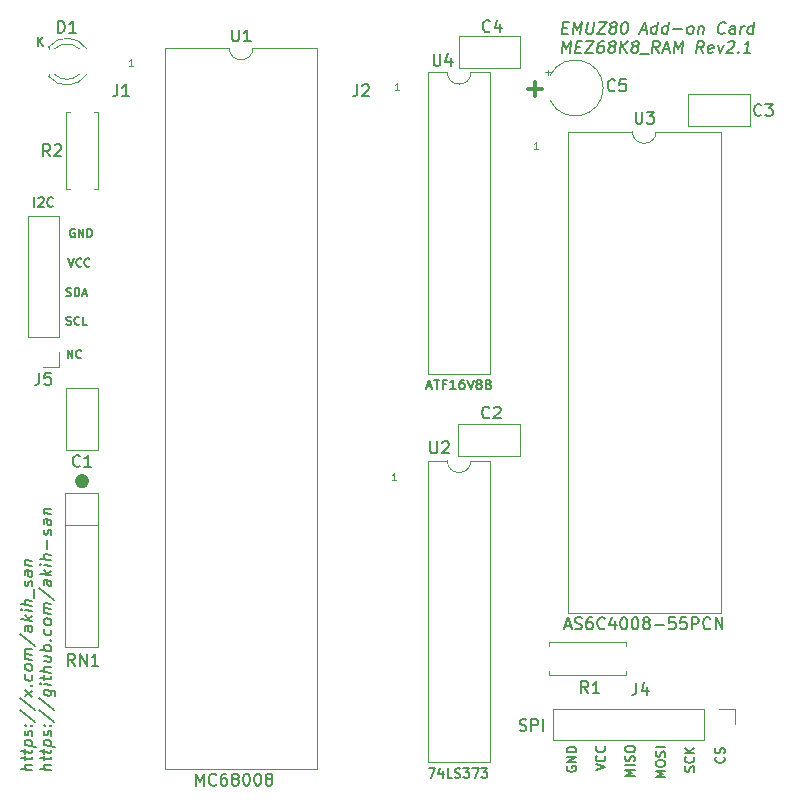
<source format=gto>
%TF.GenerationSoftware,KiCad,Pcbnew,9.0.0*%
%TF.CreationDate,2025-04-02T13:50:02+09:00*%
%TF.ProjectId,MEZ68K8_RAM_R2.1,4d455a36-384b-4385-9f52-414d5f52322e,Rev 2.1*%
%TF.SameCoordinates,PX65317e4PY8319cac*%
%TF.FileFunction,Legend,Top*%
%TF.FilePolarity,Positive*%
%FSLAX46Y46*%
G04 Gerber Fmt 4.6, Leading zero omitted, Abs format (unit mm)*
G04 Created by KiCad (PCBNEW 9.0.0) date 2025-04-02 13:50:02*
%MOMM*%
%LPD*%
G01*
G04 APERTURE LIST*
%ADD10C,0.634135*%
%ADD11C,0.150000*%
%ADD12C,0.120000*%
%ADD13C,0.140000*%
%ADD14C,0.200000*%
%ADD15C,0.160000*%
%ADD16C,0.300000*%
G04 APERTURE END LIST*
D10*
X6556067Y27340000D02*
G75*
G02*
X5921933Y27340000I-317067J0D01*
G01*
X5921933Y27340000D02*
G75*
G02*
X6556067Y27340000I317067J0D01*
G01*
D11*
X47312390Y3188208D02*
X47274295Y3112018D01*
X47274295Y3112018D02*
X47274295Y2997732D01*
X47274295Y2997732D02*
X47312390Y2883446D01*
X47312390Y2883446D02*
X47388580Y2807256D01*
X47388580Y2807256D02*
X47464771Y2769161D01*
X47464771Y2769161D02*
X47617152Y2731065D01*
X47617152Y2731065D02*
X47731438Y2731065D01*
X47731438Y2731065D02*
X47883819Y2769161D01*
X47883819Y2769161D02*
X47960009Y2807256D01*
X47960009Y2807256D02*
X48036200Y2883446D01*
X48036200Y2883446D02*
X48074295Y2997732D01*
X48074295Y2997732D02*
X48074295Y3073923D01*
X48074295Y3073923D02*
X48036200Y3188208D01*
X48036200Y3188208D02*
X47998104Y3226304D01*
X47998104Y3226304D02*
X47731438Y3226304D01*
X47731438Y3226304D02*
X47731438Y3073923D01*
X48074295Y3569161D02*
X47274295Y3569161D01*
X47274295Y3569161D02*
X48074295Y4026304D01*
X48074295Y4026304D02*
X47274295Y4026304D01*
X48074295Y4407256D02*
X47274295Y4407256D01*
X47274295Y4407256D02*
X47274295Y4597732D01*
X47274295Y4597732D02*
X47312390Y4712018D01*
X47312390Y4712018D02*
X47388580Y4788208D01*
X47388580Y4788208D02*
X47464771Y4826303D01*
X47464771Y4826303D02*
X47617152Y4864399D01*
X47617152Y4864399D02*
X47731438Y4864399D01*
X47731438Y4864399D02*
X47883819Y4826303D01*
X47883819Y4826303D02*
X47960009Y4788208D01*
X47960009Y4788208D02*
X48036200Y4712018D01*
X48036200Y4712018D02*
X48074295Y4597732D01*
X48074295Y4597732D02*
X48074295Y4407256D01*
D12*
X33116089Y60489669D02*
X32773232Y60489669D01*
X32944661Y60489669D02*
X32944661Y61089669D01*
X32944661Y61089669D02*
X32887518Y61003955D01*
X32887518Y61003955D02*
X32830375Y60946812D01*
X32830375Y60946812D02*
X32773232Y60918240D01*
D13*
X5038771Y37742947D02*
X5038771Y38442947D01*
X5038771Y38442947D02*
X5438771Y37742947D01*
X5438771Y37742947D02*
X5438771Y38442947D01*
X6172104Y37809614D02*
X6138771Y37776280D01*
X6138771Y37776280D02*
X6038771Y37742947D01*
X6038771Y37742947D02*
X5972104Y37742947D01*
X5972104Y37742947D02*
X5872104Y37776280D01*
X5872104Y37776280D02*
X5805438Y37842947D01*
X5805438Y37842947D02*
X5772104Y37909614D01*
X5772104Y37909614D02*
X5738771Y38042947D01*
X5738771Y38042947D02*
X5738771Y38142947D01*
X5738771Y38142947D02*
X5772104Y38276280D01*
X5772104Y38276280D02*
X5805438Y38342947D01*
X5805438Y38342947D02*
X5872104Y38409614D01*
X5872104Y38409614D02*
X5972104Y38442947D01*
X5972104Y38442947D02*
X6038771Y38442947D01*
X6038771Y38442947D02*
X6138771Y38409614D01*
X6138771Y38409614D02*
X6172104Y38376280D01*
D12*
X44836089Y55429669D02*
X44493232Y55429669D01*
X44664661Y55429669D02*
X44664661Y56029669D01*
X44664661Y56029669D02*
X44607518Y55943955D01*
X44607518Y55943955D02*
X44550375Y55886812D01*
X44550375Y55886812D02*
X44493232Y55858240D01*
D11*
X58056200Y2731065D02*
X58094295Y2845351D01*
X58094295Y2845351D02*
X58094295Y3035827D01*
X58094295Y3035827D02*
X58056200Y3112018D01*
X58056200Y3112018D02*
X58018104Y3150113D01*
X58018104Y3150113D02*
X57941914Y3188208D01*
X57941914Y3188208D02*
X57865723Y3188208D01*
X57865723Y3188208D02*
X57789533Y3150113D01*
X57789533Y3150113D02*
X57751438Y3112018D01*
X57751438Y3112018D02*
X57713342Y3035827D01*
X57713342Y3035827D02*
X57675247Y2883446D01*
X57675247Y2883446D02*
X57637152Y2807256D01*
X57637152Y2807256D02*
X57599057Y2769161D01*
X57599057Y2769161D02*
X57522866Y2731065D01*
X57522866Y2731065D02*
X57446676Y2731065D01*
X57446676Y2731065D02*
X57370485Y2769161D01*
X57370485Y2769161D02*
X57332390Y2807256D01*
X57332390Y2807256D02*
X57294295Y2883446D01*
X57294295Y2883446D02*
X57294295Y3073923D01*
X57294295Y3073923D02*
X57332390Y3188208D01*
X58018104Y3988209D02*
X58056200Y3950113D01*
X58056200Y3950113D02*
X58094295Y3835828D01*
X58094295Y3835828D02*
X58094295Y3759637D01*
X58094295Y3759637D02*
X58056200Y3645351D01*
X58056200Y3645351D02*
X57980009Y3569161D01*
X57980009Y3569161D02*
X57903819Y3531066D01*
X57903819Y3531066D02*
X57751438Y3492970D01*
X57751438Y3492970D02*
X57637152Y3492970D01*
X57637152Y3492970D02*
X57484771Y3531066D01*
X57484771Y3531066D02*
X57408580Y3569161D01*
X57408580Y3569161D02*
X57332390Y3645351D01*
X57332390Y3645351D02*
X57294295Y3759637D01*
X57294295Y3759637D02*
X57294295Y3835828D01*
X57294295Y3835828D02*
X57332390Y3950113D01*
X57332390Y3950113D02*
X57370485Y3988209D01*
X58094295Y4331066D02*
X57294295Y4331066D01*
X58094295Y4788209D02*
X57637152Y4445351D01*
X57294295Y4788209D02*
X57751438Y4331066D01*
D13*
X4925438Y40606280D02*
X5025438Y40572947D01*
X5025438Y40572947D02*
X5192105Y40572947D01*
X5192105Y40572947D02*
X5258771Y40606280D01*
X5258771Y40606280D02*
X5292105Y40639614D01*
X5292105Y40639614D02*
X5325438Y40706280D01*
X5325438Y40706280D02*
X5325438Y40772947D01*
X5325438Y40772947D02*
X5292105Y40839614D01*
X5292105Y40839614D02*
X5258771Y40872947D01*
X5258771Y40872947D02*
X5192105Y40906280D01*
X5192105Y40906280D02*
X5058771Y40939614D01*
X5058771Y40939614D02*
X4992105Y40972947D01*
X4992105Y40972947D02*
X4958771Y41006280D01*
X4958771Y41006280D02*
X4925438Y41072947D01*
X4925438Y41072947D02*
X4925438Y41139614D01*
X4925438Y41139614D02*
X4958771Y41206280D01*
X4958771Y41206280D02*
X4992105Y41239614D01*
X4992105Y41239614D02*
X5058771Y41272947D01*
X5058771Y41272947D02*
X5225438Y41272947D01*
X5225438Y41272947D02*
X5325438Y41239614D01*
X6025438Y40639614D02*
X5992105Y40606280D01*
X5992105Y40606280D02*
X5892105Y40572947D01*
X5892105Y40572947D02*
X5825438Y40572947D01*
X5825438Y40572947D02*
X5725438Y40606280D01*
X5725438Y40606280D02*
X5658772Y40672947D01*
X5658772Y40672947D02*
X5625438Y40739614D01*
X5625438Y40739614D02*
X5592105Y40872947D01*
X5592105Y40872947D02*
X5592105Y40972947D01*
X5592105Y40972947D02*
X5625438Y41106280D01*
X5625438Y41106280D02*
X5658772Y41172947D01*
X5658772Y41172947D02*
X5725438Y41239614D01*
X5725438Y41239614D02*
X5825438Y41272947D01*
X5825438Y41272947D02*
X5892105Y41272947D01*
X5892105Y41272947D02*
X5992105Y41239614D01*
X5992105Y41239614D02*
X6025438Y41206280D01*
X6658772Y40572947D02*
X6325438Y40572947D01*
X6325438Y40572947D02*
X6325438Y41272947D01*
D11*
X60578104Y3986304D02*
X60616200Y3948208D01*
X60616200Y3948208D02*
X60654295Y3833923D01*
X60654295Y3833923D02*
X60654295Y3757732D01*
X60654295Y3757732D02*
X60616200Y3643446D01*
X60616200Y3643446D02*
X60540009Y3567256D01*
X60540009Y3567256D02*
X60463819Y3529161D01*
X60463819Y3529161D02*
X60311438Y3491065D01*
X60311438Y3491065D02*
X60197152Y3491065D01*
X60197152Y3491065D02*
X60044771Y3529161D01*
X60044771Y3529161D02*
X59968580Y3567256D01*
X59968580Y3567256D02*
X59892390Y3643446D01*
X59892390Y3643446D02*
X59854295Y3757732D01*
X59854295Y3757732D02*
X59854295Y3833923D01*
X59854295Y3833923D02*
X59892390Y3948208D01*
X59892390Y3948208D02*
X59930485Y3986304D01*
X60616200Y4291065D02*
X60654295Y4405351D01*
X60654295Y4405351D02*
X60654295Y4595827D01*
X60654295Y4595827D02*
X60616200Y4672018D01*
X60616200Y4672018D02*
X60578104Y4710113D01*
X60578104Y4710113D02*
X60501914Y4748208D01*
X60501914Y4748208D02*
X60425723Y4748208D01*
X60425723Y4748208D02*
X60349533Y4710113D01*
X60349533Y4710113D02*
X60311438Y4672018D01*
X60311438Y4672018D02*
X60273342Y4595827D01*
X60273342Y4595827D02*
X60235247Y4443446D01*
X60235247Y4443446D02*
X60197152Y4367256D01*
X60197152Y4367256D02*
X60159057Y4329161D01*
X60159057Y4329161D02*
X60082866Y4291065D01*
X60082866Y4291065D02*
X60006676Y4291065D01*
X60006676Y4291065D02*
X59930485Y4329161D01*
X59930485Y4329161D02*
X59892390Y4367256D01*
X59892390Y4367256D02*
X59854295Y4443446D01*
X59854295Y4443446D02*
X59854295Y4633923D01*
X59854295Y4633923D02*
X59892390Y4748208D01*
D14*
X47122054Y15088496D02*
X47598244Y15088496D01*
X47026816Y14802781D02*
X47360149Y15802781D01*
X47360149Y15802781D02*
X47693482Y14802781D01*
X47979197Y14850400D02*
X48122054Y14802781D01*
X48122054Y14802781D02*
X48360149Y14802781D01*
X48360149Y14802781D02*
X48455387Y14850400D01*
X48455387Y14850400D02*
X48503006Y14898020D01*
X48503006Y14898020D02*
X48550625Y14993258D01*
X48550625Y14993258D02*
X48550625Y15088496D01*
X48550625Y15088496D02*
X48503006Y15183734D01*
X48503006Y15183734D02*
X48455387Y15231353D01*
X48455387Y15231353D02*
X48360149Y15278972D01*
X48360149Y15278972D02*
X48169673Y15326591D01*
X48169673Y15326591D02*
X48074435Y15374210D01*
X48074435Y15374210D02*
X48026816Y15421829D01*
X48026816Y15421829D02*
X47979197Y15517067D01*
X47979197Y15517067D02*
X47979197Y15612305D01*
X47979197Y15612305D02*
X48026816Y15707543D01*
X48026816Y15707543D02*
X48074435Y15755162D01*
X48074435Y15755162D02*
X48169673Y15802781D01*
X48169673Y15802781D02*
X48407768Y15802781D01*
X48407768Y15802781D02*
X48550625Y15755162D01*
X49407768Y15802781D02*
X49217292Y15802781D01*
X49217292Y15802781D02*
X49122054Y15755162D01*
X49122054Y15755162D02*
X49074435Y15707543D01*
X49074435Y15707543D02*
X48979197Y15564686D01*
X48979197Y15564686D02*
X48931578Y15374210D01*
X48931578Y15374210D02*
X48931578Y14993258D01*
X48931578Y14993258D02*
X48979197Y14898020D01*
X48979197Y14898020D02*
X49026816Y14850400D01*
X49026816Y14850400D02*
X49122054Y14802781D01*
X49122054Y14802781D02*
X49312530Y14802781D01*
X49312530Y14802781D02*
X49407768Y14850400D01*
X49407768Y14850400D02*
X49455387Y14898020D01*
X49455387Y14898020D02*
X49503006Y14993258D01*
X49503006Y14993258D02*
X49503006Y15231353D01*
X49503006Y15231353D02*
X49455387Y15326591D01*
X49455387Y15326591D02*
X49407768Y15374210D01*
X49407768Y15374210D02*
X49312530Y15421829D01*
X49312530Y15421829D02*
X49122054Y15421829D01*
X49122054Y15421829D02*
X49026816Y15374210D01*
X49026816Y15374210D02*
X48979197Y15326591D01*
X48979197Y15326591D02*
X48931578Y15231353D01*
X50503006Y14898020D02*
X50455387Y14850400D01*
X50455387Y14850400D02*
X50312530Y14802781D01*
X50312530Y14802781D02*
X50217292Y14802781D01*
X50217292Y14802781D02*
X50074435Y14850400D01*
X50074435Y14850400D02*
X49979197Y14945639D01*
X49979197Y14945639D02*
X49931578Y15040877D01*
X49931578Y15040877D02*
X49883959Y15231353D01*
X49883959Y15231353D02*
X49883959Y15374210D01*
X49883959Y15374210D02*
X49931578Y15564686D01*
X49931578Y15564686D02*
X49979197Y15659924D01*
X49979197Y15659924D02*
X50074435Y15755162D01*
X50074435Y15755162D02*
X50217292Y15802781D01*
X50217292Y15802781D02*
X50312530Y15802781D01*
X50312530Y15802781D02*
X50455387Y15755162D01*
X50455387Y15755162D02*
X50503006Y15707543D01*
X51360149Y15469448D02*
X51360149Y14802781D01*
X51122054Y15850400D02*
X50883959Y15136115D01*
X50883959Y15136115D02*
X51503006Y15136115D01*
X52074435Y15802781D02*
X52169673Y15802781D01*
X52169673Y15802781D02*
X52264911Y15755162D01*
X52264911Y15755162D02*
X52312530Y15707543D01*
X52312530Y15707543D02*
X52360149Y15612305D01*
X52360149Y15612305D02*
X52407768Y15421829D01*
X52407768Y15421829D02*
X52407768Y15183734D01*
X52407768Y15183734D02*
X52360149Y14993258D01*
X52360149Y14993258D02*
X52312530Y14898020D01*
X52312530Y14898020D02*
X52264911Y14850400D01*
X52264911Y14850400D02*
X52169673Y14802781D01*
X52169673Y14802781D02*
X52074435Y14802781D01*
X52074435Y14802781D02*
X51979197Y14850400D01*
X51979197Y14850400D02*
X51931578Y14898020D01*
X51931578Y14898020D02*
X51883959Y14993258D01*
X51883959Y14993258D02*
X51836340Y15183734D01*
X51836340Y15183734D02*
X51836340Y15421829D01*
X51836340Y15421829D02*
X51883959Y15612305D01*
X51883959Y15612305D02*
X51931578Y15707543D01*
X51931578Y15707543D02*
X51979197Y15755162D01*
X51979197Y15755162D02*
X52074435Y15802781D01*
X53026816Y15802781D02*
X53122054Y15802781D01*
X53122054Y15802781D02*
X53217292Y15755162D01*
X53217292Y15755162D02*
X53264911Y15707543D01*
X53264911Y15707543D02*
X53312530Y15612305D01*
X53312530Y15612305D02*
X53360149Y15421829D01*
X53360149Y15421829D02*
X53360149Y15183734D01*
X53360149Y15183734D02*
X53312530Y14993258D01*
X53312530Y14993258D02*
X53264911Y14898020D01*
X53264911Y14898020D02*
X53217292Y14850400D01*
X53217292Y14850400D02*
X53122054Y14802781D01*
X53122054Y14802781D02*
X53026816Y14802781D01*
X53026816Y14802781D02*
X52931578Y14850400D01*
X52931578Y14850400D02*
X52883959Y14898020D01*
X52883959Y14898020D02*
X52836340Y14993258D01*
X52836340Y14993258D02*
X52788721Y15183734D01*
X52788721Y15183734D02*
X52788721Y15421829D01*
X52788721Y15421829D02*
X52836340Y15612305D01*
X52836340Y15612305D02*
X52883959Y15707543D01*
X52883959Y15707543D02*
X52931578Y15755162D01*
X52931578Y15755162D02*
X53026816Y15802781D01*
X53931578Y15374210D02*
X53836340Y15421829D01*
X53836340Y15421829D02*
X53788721Y15469448D01*
X53788721Y15469448D02*
X53741102Y15564686D01*
X53741102Y15564686D02*
X53741102Y15612305D01*
X53741102Y15612305D02*
X53788721Y15707543D01*
X53788721Y15707543D02*
X53836340Y15755162D01*
X53836340Y15755162D02*
X53931578Y15802781D01*
X53931578Y15802781D02*
X54122054Y15802781D01*
X54122054Y15802781D02*
X54217292Y15755162D01*
X54217292Y15755162D02*
X54264911Y15707543D01*
X54264911Y15707543D02*
X54312530Y15612305D01*
X54312530Y15612305D02*
X54312530Y15564686D01*
X54312530Y15564686D02*
X54264911Y15469448D01*
X54264911Y15469448D02*
X54217292Y15421829D01*
X54217292Y15421829D02*
X54122054Y15374210D01*
X54122054Y15374210D02*
X53931578Y15374210D01*
X53931578Y15374210D02*
X53836340Y15326591D01*
X53836340Y15326591D02*
X53788721Y15278972D01*
X53788721Y15278972D02*
X53741102Y15183734D01*
X53741102Y15183734D02*
X53741102Y14993258D01*
X53741102Y14993258D02*
X53788721Y14898020D01*
X53788721Y14898020D02*
X53836340Y14850400D01*
X53836340Y14850400D02*
X53931578Y14802781D01*
X53931578Y14802781D02*
X54122054Y14802781D01*
X54122054Y14802781D02*
X54217292Y14850400D01*
X54217292Y14850400D02*
X54264911Y14898020D01*
X54264911Y14898020D02*
X54312530Y14993258D01*
X54312530Y14993258D02*
X54312530Y15183734D01*
X54312530Y15183734D02*
X54264911Y15278972D01*
X54264911Y15278972D02*
X54217292Y15326591D01*
X54217292Y15326591D02*
X54122054Y15374210D01*
X54741102Y15183734D02*
X55503007Y15183734D01*
X56455387Y15802781D02*
X55979197Y15802781D01*
X55979197Y15802781D02*
X55931578Y15326591D01*
X55931578Y15326591D02*
X55979197Y15374210D01*
X55979197Y15374210D02*
X56074435Y15421829D01*
X56074435Y15421829D02*
X56312530Y15421829D01*
X56312530Y15421829D02*
X56407768Y15374210D01*
X56407768Y15374210D02*
X56455387Y15326591D01*
X56455387Y15326591D02*
X56503006Y15231353D01*
X56503006Y15231353D02*
X56503006Y14993258D01*
X56503006Y14993258D02*
X56455387Y14898020D01*
X56455387Y14898020D02*
X56407768Y14850400D01*
X56407768Y14850400D02*
X56312530Y14802781D01*
X56312530Y14802781D02*
X56074435Y14802781D01*
X56074435Y14802781D02*
X55979197Y14850400D01*
X55979197Y14850400D02*
X55931578Y14898020D01*
X57407768Y15802781D02*
X56931578Y15802781D01*
X56931578Y15802781D02*
X56883959Y15326591D01*
X56883959Y15326591D02*
X56931578Y15374210D01*
X56931578Y15374210D02*
X57026816Y15421829D01*
X57026816Y15421829D02*
X57264911Y15421829D01*
X57264911Y15421829D02*
X57360149Y15374210D01*
X57360149Y15374210D02*
X57407768Y15326591D01*
X57407768Y15326591D02*
X57455387Y15231353D01*
X57455387Y15231353D02*
X57455387Y14993258D01*
X57455387Y14993258D02*
X57407768Y14898020D01*
X57407768Y14898020D02*
X57360149Y14850400D01*
X57360149Y14850400D02*
X57264911Y14802781D01*
X57264911Y14802781D02*
X57026816Y14802781D01*
X57026816Y14802781D02*
X56931578Y14850400D01*
X56931578Y14850400D02*
X56883959Y14898020D01*
X57883959Y14802781D02*
X57883959Y15802781D01*
X57883959Y15802781D02*
X58264911Y15802781D01*
X58264911Y15802781D02*
X58360149Y15755162D01*
X58360149Y15755162D02*
X58407768Y15707543D01*
X58407768Y15707543D02*
X58455387Y15612305D01*
X58455387Y15612305D02*
X58455387Y15469448D01*
X58455387Y15469448D02*
X58407768Y15374210D01*
X58407768Y15374210D02*
X58360149Y15326591D01*
X58360149Y15326591D02*
X58264911Y15278972D01*
X58264911Y15278972D02*
X57883959Y15278972D01*
X59455387Y14898020D02*
X59407768Y14850400D01*
X59407768Y14850400D02*
X59264911Y14802781D01*
X59264911Y14802781D02*
X59169673Y14802781D01*
X59169673Y14802781D02*
X59026816Y14850400D01*
X59026816Y14850400D02*
X58931578Y14945639D01*
X58931578Y14945639D02*
X58883959Y15040877D01*
X58883959Y15040877D02*
X58836340Y15231353D01*
X58836340Y15231353D02*
X58836340Y15374210D01*
X58836340Y15374210D02*
X58883959Y15564686D01*
X58883959Y15564686D02*
X58931578Y15659924D01*
X58931578Y15659924D02*
X59026816Y15755162D01*
X59026816Y15755162D02*
X59169673Y15802781D01*
X59169673Y15802781D02*
X59264911Y15802781D01*
X59264911Y15802781D02*
X59407768Y15755162D01*
X59407768Y15755162D02*
X59455387Y15707543D01*
X59883959Y14802781D02*
X59883959Y15802781D01*
X59883959Y15802781D02*
X60455387Y14802781D01*
X60455387Y14802781D02*
X60455387Y15802781D01*
D15*
X2192356Y50560575D02*
X2192356Y51360575D01*
X2535212Y51284385D02*
X2573308Y51322480D01*
X2573308Y51322480D02*
X2649498Y51360575D01*
X2649498Y51360575D02*
X2839974Y51360575D01*
X2839974Y51360575D02*
X2916165Y51322480D01*
X2916165Y51322480D02*
X2954260Y51284385D01*
X2954260Y51284385D02*
X2992355Y51208194D01*
X2992355Y51208194D02*
X2992355Y51132004D01*
X2992355Y51132004D02*
X2954260Y51017718D01*
X2954260Y51017718D02*
X2497117Y50560575D01*
X2497117Y50560575D02*
X2992355Y50560575D01*
X3792356Y50636766D02*
X3754260Y50598670D01*
X3754260Y50598670D02*
X3639975Y50560575D01*
X3639975Y50560575D02*
X3563784Y50560575D01*
X3563784Y50560575D02*
X3449498Y50598670D01*
X3449498Y50598670D02*
X3373308Y50674861D01*
X3373308Y50674861D02*
X3335213Y50751051D01*
X3335213Y50751051D02*
X3297117Y50903432D01*
X3297117Y50903432D02*
X3297117Y51017718D01*
X3297117Y51017718D02*
X3335213Y51170099D01*
X3335213Y51170099D02*
X3373308Y51246290D01*
X3373308Y51246290D02*
X3449498Y51322480D01*
X3449498Y51322480D02*
X3563784Y51360575D01*
X3563784Y51360575D02*
X3639975Y51360575D01*
X3639975Y51360575D02*
X3754260Y51322480D01*
X3754260Y51322480D02*
X3792356Y51284385D01*
D14*
X46939197Y65736535D02*
X47272530Y65736535D01*
X47349911Y65212725D02*
X46873720Y65212725D01*
X46873720Y65212725D02*
X46998720Y66212725D01*
X46998720Y66212725D02*
X47474911Y66212725D01*
X47778482Y65212725D02*
X47903482Y66212725D01*
X47903482Y66212725D02*
X48147530Y65498440D01*
X48147530Y65498440D02*
X48570149Y66212725D01*
X48570149Y66212725D02*
X48445149Y65212725D01*
X49046339Y66212725D02*
X48945149Y65403202D01*
X48945149Y65403202D02*
X48980863Y65307964D01*
X48980863Y65307964D02*
X49022530Y65260344D01*
X49022530Y65260344D02*
X49111816Y65212725D01*
X49111816Y65212725D02*
X49302292Y65212725D01*
X49302292Y65212725D02*
X49403482Y65260344D01*
X49403482Y65260344D02*
X49457054Y65307964D01*
X49457054Y65307964D02*
X49516577Y65403202D01*
X49516577Y65403202D02*
X49617768Y66212725D01*
X49998720Y66212725D02*
X50665387Y66212725D01*
X50665387Y66212725D02*
X49873720Y65212725D01*
X49873720Y65212725D02*
X50540387Y65212725D01*
X51135625Y65784154D02*
X51046339Y65831773D01*
X51046339Y65831773D02*
X51004673Y65879392D01*
X51004673Y65879392D02*
X50968958Y65974630D01*
X50968958Y65974630D02*
X50974911Y66022249D01*
X50974911Y66022249D02*
X51034435Y66117487D01*
X51034435Y66117487D02*
X51088006Y66165106D01*
X51088006Y66165106D02*
X51189197Y66212725D01*
X51189197Y66212725D02*
X51379673Y66212725D01*
X51379673Y66212725D02*
X51468958Y66165106D01*
X51468958Y66165106D02*
X51510625Y66117487D01*
X51510625Y66117487D02*
X51546339Y66022249D01*
X51546339Y66022249D02*
X51540387Y65974630D01*
X51540387Y65974630D02*
X51480863Y65879392D01*
X51480863Y65879392D02*
X51427292Y65831773D01*
X51427292Y65831773D02*
X51326101Y65784154D01*
X51326101Y65784154D02*
X51135625Y65784154D01*
X51135625Y65784154D02*
X51034435Y65736535D01*
X51034435Y65736535D02*
X50980863Y65688916D01*
X50980863Y65688916D02*
X50921339Y65593678D01*
X50921339Y65593678D02*
X50897530Y65403202D01*
X50897530Y65403202D02*
X50933244Y65307964D01*
X50933244Y65307964D02*
X50974911Y65260344D01*
X50974911Y65260344D02*
X51064197Y65212725D01*
X51064197Y65212725D02*
X51254673Y65212725D01*
X51254673Y65212725D02*
X51355863Y65260344D01*
X51355863Y65260344D02*
X51409435Y65307964D01*
X51409435Y65307964D02*
X51468958Y65403202D01*
X51468958Y65403202D02*
X51492768Y65593678D01*
X51492768Y65593678D02*
X51457054Y65688916D01*
X51457054Y65688916D02*
X51415387Y65736535D01*
X51415387Y65736535D02*
X51326101Y65784154D01*
X52189197Y66212725D02*
X52284435Y66212725D01*
X52284435Y66212725D02*
X52373720Y66165106D01*
X52373720Y66165106D02*
X52415387Y66117487D01*
X52415387Y66117487D02*
X52451101Y66022249D01*
X52451101Y66022249D02*
X52474911Y65831773D01*
X52474911Y65831773D02*
X52445149Y65593678D01*
X52445149Y65593678D02*
X52373720Y65403202D01*
X52373720Y65403202D02*
X52314197Y65307964D01*
X52314197Y65307964D02*
X52260625Y65260344D01*
X52260625Y65260344D02*
X52159435Y65212725D01*
X52159435Y65212725D02*
X52064197Y65212725D01*
X52064197Y65212725D02*
X51974911Y65260344D01*
X51974911Y65260344D02*
X51933244Y65307964D01*
X51933244Y65307964D02*
X51897530Y65403202D01*
X51897530Y65403202D02*
X51873720Y65593678D01*
X51873720Y65593678D02*
X51903482Y65831773D01*
X51903482Y65831773D02*
X51974911Y66022249D01*
X51974911Y66022249D02*
X52034435Y66117487D01*
X52034435Y66117487D02*
X52088006Y66165106D01*
X52088006Y66165106D02*
X52189197Y66212725D01*
X53576102Y65498440D02*
X54052292Y65498440D01*
X53445149Y65212725D02*
X53903483Y66212725D01*
X53903483Y66212725D02*
X54111816Y65212725D01*
X54873721Y65212725D02*
X54998721Y66212725D01*
X54879673Y65260344D02*
X54778483Y65212725D01*
X54778483Y65212725D02*
X54588007Y65212725D01*
X54588007Y65212725D02*
X54498721Y65260344D01*
X54498721Y65260344D02*
X54457054Y65307964D01*
X54457054Y65307964D02*
X54421340Y65403202D01*
X54421340Y65403202D02*
X54457054Y65688916D01*
X54457054Y65688916D02*
X54516578Y65784154D01*
X54516578Y65784154D02*
X54570149Y65831773D01*
X54570149Y65831773D02*
X54671340Y65879392D01*
X54671340Y65879392D02*
X54861816Y65879392D01*
X54861816Y65879392D02*
X54951102Y65831773D01*
X55778483Y65212725D02*
X55903483Y66212725D01*
X55784435Y65260344D02*
X55683245Y65212725D01*
X55683245Y65212725D02*
X55492769Y65212725D01*
X55492769Y65212725D02*
X55403483Y65260344D01*
X55403483Y65260344D02*
X55361816Y65307964D01*
X55361816Y65307964D02*
X55326102Y65403202D01*
X55326102Y65403202D02*
X55361816Y65688916D01*
X55361816Y65688916D02*
X55421340Y65784154D01*
X55421340Y65784154D02*
X55474911Y65831773D01*
X55474911Y65831773D02*
X55576102Y65879392D01*
X55576102Y65879392D02*
X55766578Y65879392D01*
X55766578Y65879392D02*
X55855864Y65831773D01*
X56302292Y65593678D02*
X57064197Y65593678D01*
X57635626Y65212725D02*
X57546340Y65260344D01*
X57546340Y65260344D02*
X57504673Y65307964D01*
X57504673Y65307964D02*
X57468959Y65403202D01*
X57468959Y65403202D02*
X57504673Y65688916D01*
X57504673Y65688916D02*
X57564197Y65784154D01*
X57564197Y65784154D02*
X57617768Y65831773D01*
X57617768Y65831773D02*
X57718959Y65879392D01*
X57718959Y65879392D02*
X57861816Y65879392D01*
X57861816Y65879392D02*
X57951102Y65831773D01*
X57951102Y65831773D02*
X57992768Y65784154D01*
X57992768Y65784154D02*
X58028483Y65688916D01*
X58028483Y65688916D02*
X57992768Y65403202D01*
X57992768Y65403202D02*
X57933245Y65307964D01*
X57933245Y65307964D02*
X57879673Y65260344D01*
X57879673Y65260344D02*
X57778483Y65212725D01*
X57778483Y65212725D02*
X57635626Y65212725D01*
X58480864Y65879392D02*
X58397530Y65212725D01*
X58468959Y65784154D02*
X58522530Y65831773D01*
X58522530Y65831773D02*
X58623721Y65879392D01*
X58623721Y65879392D02*
X58766578Y65879392D01*
X58766578Y65879392D02*
X58855864Y65831773D01*
X58855864Y65831773D02*
X58891578Y65736535D01*
X58891578Y65736535D02*
X58826102Y65212725D01*
X60647531Y65307964D02*
X60593959Y65260344D01*
X60593959Y65260344D02*
X60445150Y65212725D01*
X60445150Y65212725D02*
X60349912Y65212725D01*
X60349912Y65212725D02*
X60213007Y65260344D01*
X60213007Y65260344D02*
X60129674Y65355583D01*
X60129674Y65355583D02*
X60093959Y65450821D01*
X60093959Y65450821D02*
X60070150Y65641297D01*
X60070150Y65641297D02*
X60088007Y65784154D01*
X60088007Y65784154D02*
X60159435Y65974630D01*
X60159435Y65974630D02*
X60218959Y66069868D01*
X60218959Y66069868D02*
X60326102Y66165106D01*
X60326102Y66165106D02*
X60474912Y66212725D01*
X60474912Y66212725D02*
X60570150Y66212725D01*
X60570150Y66212725D02*
X60707055Y66165106D01*
X60707055Y66165106D02*
X60748721Y66117487D01*
X61492769Y65212725D02*
X61558245Y65736535D01*
X61558245Y65736535D02*
X61522531Y65831773D01*
X61522531Y65831773D02*
X61433245Y65879392D01*
X61433245Y65879392D02*
X61242769Y65879392D01*
X61242769Y65879392D02*
X61141578Y65831773D01*
X61498721Y65260344D02*
X61397531Y65212725D01*
X61397531Y65212725D02*
X61159435Y65212725D01*
X61159435Y65212725D02*
X61070150Y65260344D01*
X61070150Y65260344D02*
X61034435Y65355583D01*
X61034435Y65355583D02*
X61046340Y65450821D01*
X61046340Y65450821D02*
X61105864Y65546059D01*
X61105864Y65546059D02*
X61207055Y65593678D01*
X61207055Y65593678D02*
X61445150Y65593678D01*
X61445150Y65593678D02*
X61546340Y65641297D01*
X61968959Y65212725D02*
X62052293Y65879392D01*
X62028483Y65688916D02*
X62088007Y65784154D01*
X62088007Y65784154D02*
X62141578Y65831773D01*
X62141578Y65831773D02*
X62242769Y65879392D01*
X62242769Y65879392D02*
X62338007Y65879392D01*
X63016579Y65212725D02*
X63141579Y66212725D01*
X63022531Y65260344D02*
X62921341Y65212725D01*
X62921341Y65212725D02*
X62730865Y65212725D01*
X62730865Y65212725D02*
X62641579Y65260344D01*
X62641579Y65260344D02*
X62599912Y65307964D01*
X62599912Y65307964D02*
X62564198Y65403202D01*
X62564198Y65403202D02*
X62599912Y65688916D01*
X62599912Y65688916D02*
X62659436Y65784154D01*
X62659436Y65784154D02*
X62713007Y65831773D01*
X62713007Y65831773D02*
X62814198Y65879392D01*
X62814198Y65879392D02*
X63004674Y65879392D01*
X63004674Y65879392D02*
X63093960Y65831773D01*
X46873720Y63602781D02*
X46998720Y64602781D01*
X46998720Y64602781D02*
X47242768Y63888496D01*
X47242768Y63888496D02*
X47665387Y64602781D01*
X47665387Y64602781D02*
X47540387Y63602781D01*
X48082054Y64126591D02*
X48415387Y64126591D01*
X48492768Y63602781D02*
X48016577Y63602781D01*
X48016577Y63602781D02*
X48141577Y64602781D01*
X48141577Y64602781D02*
X48617768Y64602781D01*
X48951101Y64602781D02*
X49617768Y64602781D01*
X49617768Y64602781D02*
X48826101Y63602781D01*
X48826101Y63602781D02*
X49492768Y63602781D01*
X50427292Y64602781D02*
X50236816Y64602781D01*
X50236816Y64602781D02*
X50135625Y64555162D01*
X50135625Y64555162D02*
X50082054Y64507543D01*
X50082054Y64507543D02*
X49968958Y64364686D01*
X49968958Y64364686D02*
X49897530Y64174210D01*
X49897530Y64174210D02*
X49849911Y63793258D01*
X49849911Y63793258D02*
X49885625Y63698020D01*
X49885625Y63698020D02*
X49927292Y63650400D01*
X49927292Y63650400D02*
X50016578Y63602781D01*
X50016578Y63602781D02*
X50207054Y63602781D01*
X50207054Y63602781D02*
X50308244Y63650400D01*
X50308244Y63650400D02*
X50361816Y63698020D01*
X50361816Y63698020D02*
X50421339Y63793258D01*
X50421339Y63793258D02*
X50451101Y64031353D01*
X50451101Y64031353D02*
X50415387Y64126591D01*
X50415387Y64126591D02*
X50373720Y64174210D01*
X50373720Y64174210D02*
X50284435Y64221829D01*
X50284435Y64221829D02*
X50093958Y64221829D01*
X50093958Y64221829D02*
X49992768Y64174210D01*
X49992768Y64174210D02*
X49939197Y64126591D01*
X49939197Y64126591D02*
X49879673Y64031353D01*
X51040387Y64174210D02*
X50951101Y64221829D01*
X50951101Y64221829D02*
X50909435Y64269448D01*
X50909435Y64269448D02*
X50873720Y64364686D01*
X50873720Y64364686D02*
X50879673Y64412305D01*
X50879673Y64412305D02*
X50939197Y64507543D01*
X50939197Y64507543D02*
X50992768Y64555162D01*
X50992768Y64555162D02*
X51093959Y64602781D01*
X51093959Y64602781D02*
X51284435Y64602781D01*
X51284435Y64602781D02*
X51373720Y64555162D01*
X51373720Y64555162D02*
X51415387Y64507543D01*
X51415387Y64507543D02*
X51451101Y64412305D01*
X51451101Y64412305D02*
X51445149Y64364686D01*
X51445149Y64364686D02*
X51385625Y64269448D01*
X51385625Y64269448D02*
X51332054Y64221829D01*
X51332054Y64221829D02*
X51230863Y64174210D01*
X51230863Y64174210D02*
X51040387Y64174210D01*
X51040387Y64174210D02*
X50939197Y64126591D01*
X50939197Y64126591D02*
X50885625Y64078972D01*
X50885625Y64078972D02*
X50826101Y63983734D01*
X50826101Y63983734D02*
X50802292Y63793258D01*
X50802292Y63793258D02*
X50838006Y63698020D01*
X50838006Y63698020D02*
X50879673Y63650400D01*
X50879673Y63650400D02*
X50968959Y63602781D01*
X50968959Y63602781D02*
X51159435Y63602781D01*
X51159435Y63602781D02*
X51260625Y63650400D01*
X51260625Y63650400D02*
X51314197Y63698020D01*
X51314197Y63698020D02*
X51373720Y63793258D01*
X51373720Y63793258D02*
X51397530Y63983734D01*
X51397530Y63983734D02*
X51361816Y64078972D01*
X51361816Y64078972D02*
X51320149Y64126591D01*
X51320149Y64126591D02*
X51230863Y64174210D01*
X51778482Y63602781D02*
X51903482Y64602781D01*
X52349911Y63602781D02*
X51992768Y64174210D01*
X52474911Y64602781D02*
X51832054Y64031353D01*
X52992768Y64174210D02*
X52903482Y64221829D01*
X52903482Y64221829D02*
X52861816Y64269448D01*
X52861816Y64269448D02*
X52826101Y64364686D01*
X52826101Y64364686D02*
X52832054Y64412305D01*
X52832054Y64412305D02*
X52891578Y64507543D01*
X52891578Y64507543D02*
X52945149Y64555162D01*
X52945149Y64555162D02*
X53046340Y64602781D01*
X53046340Y64602781D02*
X53236816Y64602781D01*
X53236816Y64602781D02*
X53326101Y64555162D01*
X53326101Y64555162D02*
X53367768Y64507543D01*
X53367768Y64507543D02*
X53403482Y64412305D01*
X53403482Y64412305D02*
X53397530Y64364686D01*
X53397530Y64364686D02*
X53338006Y64269448D01*
X53338006Y64269448D02*
X53284435Y64221829D01*
X53284435Y64221829D02*
X53183244Y64174210D01*
X53183244Y64174210D02*
X52992768Y64174210D01*
X52992768Y64174210D02*
X52891578Y64126591D01*
X52891578Y64126591D02*
X52838006Y64078972D01*
X52838006Y64078972D02*
X52778482Y63983734D01*
X52778482Y63983734D02*
X52754673Y63793258D01*
X52754673Y63793258D02*
X52790387Y63698020D01*
X52790387Y63698020D02*
X52832054Y63650400D01*
X52832054Y63650400D02*
X52921340Y63602781D01*
X52921340Y63602781D02*
X53111816Y63602781D01*
X53111816Y63602781D02*
X53213006Y63650400D01*
X53213006Y63650400D02*
X53266578Y63698020D01*
X53266578Y63698020D02*
X53326101Y63793258D01*
X53326101Y63793258D02*
X53349911Y63983734D01*
X53349911Y63983734D02*
X53314197Y64078972D01*
X53314197Y64078972D02*
X53272530Y64126591D01*
X53272530Y64126591D02*
X53183244Y64174210D01*
X53480863Y63507543D02*
X54242768Y63507543D01*
X55064197Y63602781D02*
X54790387Y64078972D01*
X54492768Y63602781D02*
X54617768Y64602781D01*
X54617768Y64602781D02*
X54998721Y64602781D01*
X54998721Y64602781D02*
X55088006Y64555162D01*
X55088006Y64555162D02*
X55129673Y64507543D01*
X55129673Y64507543D02*
X55165387Y64412305D01*
X55165387Y64412305D02*
X55147530Y64269448D01*
X55147530Y64269448D02*
X55088006Y64174210D01*
X55088006Y64174210D02*
X55034435Y64126591D01*
X55034435Y64126591D02*
X54933245Y64078972D01*
X54933245Y64078972D02*
X54552292Y64078972D01*
X55480864Y63888496D02*
X55957054Y63888496D01*
X55349911Y63602781D02*
X55808245Y64602781D01*
X55808245Y64602781D02*
X56016578Y63602781D01*
X56349911Y63602781D02*
X56474911Y64602781D01*
X56474911Y64602781D02*
X56718959Y63888496D01*
X56718959Y63888496D02*
X57141578Y64602781D01*
X57141578Y64602781D02*
X57016578Y63602781D01*
X58826102Y63602781D02*
X58552292Y64078972D01*
X58254673Y63602781D02*
X58379673Y64602781D01*
X58379673Y64602781D02*
X58760626Y64602781D01*
X58760626Y64602781D02*
X58849911Y64555162D01*
X58849911Y64555162D02*
X58891578Y64507543D01*
X58891578Y64507543D02*
X58927292Y64412305D01*
X58927292Y64412305D02*
X58909435Y64269448D01*
X58909435Y64269448D02*
X58849911Y64174210D01*
X58849911Y64174210D02*
X58796340Y64126591D01*
X58796340Y64126591D02*
X58695150Y64078972D01*
X58695150Y64078972D02*
X58314197Y64078972D01*
X59641578Y63650400D02*
X59540388Y63602781D01*
X59540388Y63602781D02*
X59349911Y63602781D01*
X59349911Y63602781D02*
X59260626Y63650400D01*
X59260626Y63650400D02*
X59224911Y63745639D01*
X59224911Y63745639D02*
X59272531Y64126591D01*
X59272531Y64126591D02*
X59332054Y64221829D01*
X59332054Y64221829D02*
X59433245Y64269448D01*
X59433245Y64269448D02*
X59623721Y64269448D01*
X59623721Y64269448D02*
X59713007Y64221829D01*
X59713007Y64221829D02*
X59748721Y64126591D01*
X59748721Y64126591D02*
X59736816Y64031353D01*
X59736816Y64031353D02*
X59248721Y63936115D01*
X60099912Y64269448D02*
X60254674Y63602781D01*
X60254674Y63602781D02*
X60576102Y64269448D01*
X60939198Y64507543D02*
X60992769Y64555162D01*
X60992769Y64555162D02*
X61093959Y64602781D01*
X61093959Y64602781D02*
X61332055Y64602781D01*
X61332055Y64602781D02*
X61421340Y64555162D01*
X61421340Y64555162D02*
X61463007Y64507543D01*
X61463007Y64507543D02*
X61498721Y64412305D01*
X61498721Y64412305D02*
X61486817Y64317067D01*
X61486817Y64317067D02*
X61421340Y64174210D01*
X61421340Y64174210D02*
X60778483Y63602781D01*
X60778483Y63602781D02*
X61397531Y63602781D01*
X61838007Y63698020D02*
X61879674Y63650400D01*
X61879674Y63650400D02*
X61826102Y63602781D01*
X61826102Y63602781D02*
X61784436Y63650400D01*
X61784436Y63650400D02*
X61838007Y63698020D01*
X61838007Y63698020D02*
X61826102Y63602781D01*
X62826102Y63602781D02*
X62254673Y63602781D01*
X62540388Y63602781D02*
X62665388Y64602781D01*
X62665388Y64602781D02*
X62552292Y64459924D01*
X62552292Y64459924D02*
X62445150Y64364686D01*
X62445150Y64364686D02*
X62343959Y64317067D01*
D11*
X49764295Y2844875D02*
X50564295Y3111542D01*
X50564295Y3111542D02*
X49764295Y3378208D01*
X50488104Y4102018D02*
X50526200Y4063922D01*
X50526200Y4063922D02*
X50564295Y3949637D01*
X50564295Y3949637D02*
X50564295Y3873446D01*
X50564295Y3873446D02*
X50526200Y3759160D01*
X50526200Y3759160D02*
X50450009Y3682970D01*
X50450009Y3682970D02*
X50373819Y3644875D01*
X50373819Y3644875D02*
X50221438Y3606779D01*
X50221438Y3606779D02*
X50107152Y3606779D01*
X50107152Y3606779D02*
X49954771Y3644875D01*
X49954771Y3644875D02*
X49878580Y3682970D01*
X49878580Y3682970D02*
X49802390Y3759160D01*
X49802390Y3759160D02*
X49764295Y3873446D01*
X49764295Y3873446D02*
X49764295Y3949637D01*
X49764295Y3949637D02*
X49802390Y4063922D01*
X49802390Y4063922D02*
X49840485Y4102018D01*
X50488104Y4902018D02*
X50526200Y4863922D01*
X50526200Y4863922D02*
X50564295Y4749637D01*
X50564295Y4749637D02*
X50564295Y4673446D01*
X50564295Y4673446D02*
X50526200Y4559160D01*
X50526200Y4559160D02*
X50450009Y4482970D01*
X50450009Y4482970D02*
X50373819Y4444875D01*
X50373819Y4444875D02*
X50221438Y4406779D01*
X50221438Y4406779D02*
X50107152Y4406779D01*
X50107152Y4406779D02*
X49954771Y4444875D01*
X49954771Y4444875D02*
X49878580Y4482970D01*
X49878580Y4482970D02*
X49802390Y4559160D01*
X49802390Y4559160D02*
X49764295Y4673446D01*
X49764295Y4673446D02*
X49764295Y4749637D01*
X49764295Y4749637D02*
X49802390Y4863922D01*
X49802390Y4863922D02*
X49840485Y4902018D01*
D15*
X35599548Y3041225D02*
X36132882Y3041225D01*
X36132882Y3041225D02*
X35790024Y2241225D01*
X36780501Y2774559D02*
X36780501Y2241225D01*
X36590025Y3079320D02*
X36399548Y2507892D01*
X36399548Y2507892D02*
X36894787Y2507892D01*
X37580501Y2241225D02*
X37199549Y2241225D01*
X37199549Y2241225D02*
X37199549Y3041225D01*
X37809072Y2279320D02*
X37923358Y2241225D01*
X37923358Y2241225D02*
X38113834Y2241225D01*
X38113834Y2241225D02*
X38190025Y2279320D01*
X38190025Y2279320D02*
X38228120Y2317416D01*
X38228120Y2317416D02*
X38266215Y2393606D01*
X38266215Y2393606D02*
X38266215Y2469797D01*
X38266215Y2469797D02*
X38228120Y2545987D01*
X38228120Y2545987D02*
X38190025Y2584082D01*
X38190025Y2584082D02*
X38113834Y2622178D01*
X38113834Y2622178D02*
X37961453Y2660273D01*
X37961453Y2660273D02*
X37885263Y2698368D01*
X37885263Y2698368D02*
X37847168Y2736463D01*
X37847168Y2736463D02*
X37809072Y2812654D01*
X37809072Y2812654D02*
X37809072Y2888844D01*
X37809072Y2888844D02*
X37847168Y2965035D01*
X37847168Y2965035D02*
X37885263Y3003130D01*
X37885263Y3003130D02*
X37961453Y3041225D01*
X37961453Y3041225D02*
X38151930Y3041225D01*
X38151930Y3041225D02*
X38266215Y3003130D01*
X38532882Y3041225D02*
X39028120Y3041225D01*
X39028120Y3041225D02*
X38761454Y2736463D01*
X38761454Y2736463D02*
X38875739Y2736463D01*
X38875739Y2736463D02*
X38951930Y2698368D01*
X38951930Y2698368D02*
X38990025Y2660273D01*
X38990025Y2660273D02*
X39028120Y2584082D01*
X39028120Y2584082D02*
X39028120Y2393606D01*
X39028120Y2393606D02*
X38990025Y2317416D01*
X38990025Y2317416D02*
X38951930Y2279320D01*
X38951930Y2279320D02*
X38875739Y2241225D01*
X38875739Y2241225D02*
X38647168Y2241225D01*
X38647168Y2241225D02*
X38570977Y2279320D01*
X38570977Y2279320D02*
X38532882Y2317416D01*
X39294787Y3041225D02*
X39828121Y3041225D01*
X39828121Y3041225D02*
X39485263Y2241225D01*
X40056692Y3041225D02*
X40551930Y3041225D01*
X40551930Y3041225D02*
X40285264Y2736463D01*
X40285264Y2736463D02*
X40399549Y2736463D01*
X40399549Y2736463D02*
X40475740Y2698368D01*
X40475740Y2698368D02*
X40513835Y2660273D01*
X40513835Y2660273D02*
X40551930Y2584082D01*
X40551930Y2584082D02*
X40551930Y2393606D01*
X40551930Y2393606D02*
X40513835Y2317416D01*
X40513835Y2317416D02*
X40475740Y2279320D01*
X40475740Y2279320D02*
X40399549Y2241225D01*
X40399549Y2241225D02*
X40170978Y2241225D01*
X40170978Y2241225D02*
X40094787Y2279320D01*
X40094787Y2279320D02*
X40056692Y2317416D01*
D13*
X5078771Y46202947D02*
X5312105Y45502947D01*
X5312105Y45502947D02*
X5545438Y46202947D01*
X6178771Y45569614D02*
X6145438Y45536280D01*
X6145438Y45536280D02*
X6045438Y45502947D01*
X6045438Y45502947D02*
X5978771Y45502947D01*
X5978771Y45502947D02*
X5878771Y45536280D01*
X5878771Y45536280D02*
X5812105Y45602947D01*
X5812105Y45602947D02*
X5778771Y45669614D01*
X5778771Y45669614D02*
X5745438Y45802947D01*
X5745438Y45802947D02*
X5745438Y45902947D01*
X5745438Y45902947D02*
X5778771Y46036280D01*
X5778771Y46036280D02*
X5812105Y46102947D01*
X5812105Y46102947D02*
X5878771Y46169614D01*
X5878771Y46169614D02*
X5978771Y46202947D01*
X5978771Y46202947D02*
X6045438Y46202947D01*
X6045438Y46202947D02*
X6145438Y46169614D01*
X6145438Y46169614D02*
X6178771Y46136280D01*
X6878771Y45569614D02*
X6845438Y45536280D01*
X6845438Y45536280D02*
X6745438Y45502947D01*
X6745438Y45502947D02*
X6678771Y45502947D01*
X6678771Y45502947D02*
X6578771Y45536280D01*
X6578771Y45536280D02*
X6512105Y45602947D01*
X6512105Y45602947D02*
X6478771Y45669614D01*
X6478771Y45669614D02*
X6445438Y45802947D01*
X6445438Y45802947D02*
X6445438Y45902947D01*
X6445438Y45902947D02*
X6478771Y46036280D01*
X6478771Y46036280D02*
X6512105Y46102947D01*
X6512105Y46102947D02*
X6578771Y46169614D01*
X6578771Y46169614D02*
X6678771Y46202947D01*
X6678771Y46202947D02*
X6745438Y46202947D01*
X6745438Y46202947D02*
X6845438Y46169614D01*
X6845438Y46169614D02*
X6878771Y46136280D01*
D12*
X10536089Y62489669D02*
X10193232Y62489669D01*
X10364661Y62489669D02*
X10364661Y63089669D01*
X10364661Y63089669D02*
X10307518Y63003955D01*
X10307518Y63003955D02*
X10250375Y62946812D01*
X10250375Y62946812D02*
X10193232Y62918240D01*
D15*
X35442643Y35354797D02*
X35823596Y35354797D01*
X35366453Y35126225D02*
X35633120Y35926225D01*
X35633120Y35926225D02*
X35899786Y35126225D01*
X36052167Y35926225D02*
X36509310Y35926225D01*
X36280738Y35126225D02*
X36280738Y35926225D01*
X37042643Y35545273D02*
X36775977Y35545273D01*
X36775977Y35126225D02*
X36775977Y35926225D01*
X36775977Y35926225D02*
X37156929Y35926225D01*
X37880738Y35126225D02*
X37423595Y35126225D01*
X37652167Y35126225D02*
X37652167Y35926225D01*
X37652167Y35926225D02*
X37575976Y35811940D01*
X37575976Y35811940D02*
X37499786Y35735749D01*
X37499786Y35735749D02*
X37423595Y35697654D01*
X38566453Y35926225D02*
X38414072Y35926225D01*
X38414072Y35926225D02*
X38337881Y35888130D01*
X38337881Y35888130D02*
X38299786Y35850035D01*
X38299786Y35850035D02*
X38223596Y35735749D01*
X38223596Y35735749D02*
X38185500Y35583368D01*
X38185500Y35583368D02*
X38185500Y35278606D01*
X38185500Y35278606D02*
X38223596Y35202416D01*
X38223596Y35202416D02*
X38261691Y35164320D01*
X38261691Y35164320D02*
X38337881Y35126225D01*
X38337881Y35126225D02*
X38490262Y35126225D01*
X38490262Y35126225D02*
X38566453Y35164320D01*
X38566453Y35164320D02*
X38604548Y35202416D01*
X38604548Y35202416D02*
X38642643Y35278606D01*
X38642643Y35278606D02*
X38642643Y35469082D01*
X38642643Y35469082D02*
X38604548Y35545273D01*
X38604548Y35545273D02*
X38566453Y35583368D01*
X38566453Y35583368D02*
X38490262Y35621463D01*
X38490262Y35621463D02*
X38337881Y35621463D01*
X38337881Y35621463D02*
X38261691Y35583368D01*
X38261691Y35583368D02*
X38223596Y35545273D01*
X38223596Y35545273D02*
X38185500Y35469082D01*
X38871215Y35926225D02*
X39137882Y35126225D01*
X39137882Y35126225D02*
X39404548Y35926225D01*
X39785500Y35583368D02*
X39709310Y35621463D01*
X39709310Y35621463D02*
X39671215Y35659559D01*
X39671215Y35659559D02*
X39633119Y35735749D01*
X39633119Y35735749D02*
X39633119Y35773844D01*
X39633119Y35773844D02*
X39671215Y35850035D01*
X39671215Y35850035D02*
X39709310Y35888130D01*
X39709310Y35888130D02*
X39785500Y35926225D01*
X39785500Y35926225D02*
X39937881Y35926225D01*
X39937881Y35926225D02*
X40014072Y35888130D01*
X40014072Y35888130D02*
X40052167Y35850035D01*
X40052167Y35850035D02*
X40090262Y35773844D01*
X40090262Y35773844D02*
X40090262Y35735749D01*
X40090262Y35735749D02*
X40052167Y35659559D01*
X40052167Y35659559D02*
X40014072Y35621463D01*
X40014072Y35621463D02*
X39937881Y35583368D01*
X39937881Y35583368D02*
X39785500Y35583368D01*
X39785500Y35583368D02*
X39709310Y35545273D01*
X39709310Y35545273D02*
X39671215Y35507178D01*
X39671215Y35507178D02*
X39633119Y35430987D01*
X39633119Y35430987D02*
X39633119Y35278606D01*
X39633119Y35278606D02*
X39671215Y35202416D01*
X39671215Y35202416D02*
X39709310Y35164320D01*
X39709310Y35164320D02*
X39785500Y35126225D01*
X39785500Y35126225D02*
X39937881Y35126225D01*
X39937881Y35126225D02*
X40014072Y35164320D01*
X40014072Y35164320D02*
X40052167Y35202416D01*
X40052167Y35202416D02*
X40090262Y35278606D01*
X40090262Y35278606D02*
X40090262Y35430987D01*
X40090262Y35430987D02*
X40052167Y35507178D01*
X40052167Y35507178D02*
X40014072Y35545273D01*
X40014072Y35545273D02*
X39937881Y35583368D01*
X40699786Y35545273D02*
X40814072Y35507178D01*
X40814072Y35507178D02*
X40852167Y35469082D01*
X40852167Y35469082D02*
X40890263Y35392892D01*
X40890263Y35392892D02*
X40890263Y35278606D01*
X40890263Y35278606D02*
X40852167Y35202416D01*
X40852167Y35202416D02*
X40814072Y35164320D01*
X40814072Y35164320D02*
X40737882Y35126225D01*
X40737882Y35126225D02*
X40433120Y35126225D01*
X40433120Y35126225D02*
X40433120Y35926225D01*
X40433120Y35926225D02*
X40699786Y35926225D01*
X40699786Y35926225D02*
X40775977Y35888130D01*
X40775977Y35888130D02*
X40814072Y35850035D01*
X40814072Y35850035D02*
X40852167Y35773844D01*
X40852167Y35773844D02*
X40852167Y35697654D01*
X40852167Y35697654D02*
X40814072Y35621463D01*
X40814072Y35621463D02*
X40775977Y35583368D01*
X40775977Y35583368D02*
X40699786Y35545273D01*
X40699786Y35545273D02*
X40433120Y35545273D01*
X2500739Y64146225D02*
X2500739Y64946225D01*
X2957882Y64146225D02*
X2615024Y64603368D01*
X2957882Y64946225D02*
X2500739Y64489082D01*
D14*
X2047275Y2853721D02*
X1047275Y2978721D01*
X2047275Y3282293D02*
X1523465Y3347769D01*
X1523465Y3347769D02*
X1428227Y3312055D01*
X1428227Y3312055D02*
X1380608Y3222769D01*
X1380608Y3222769D02*
X1380608Y3079912D01*
X1380608Y3079912D02*
X1428227Y2978721D01*
X1428227Y2978721D02*
X1475846Y2925150D01*
X1380608Y3698960D02*
X1380608Y4079912D01*
X1047275Y3883483D02*
X1904417Y3776340D01*
X1904417Y3776340D02*
X1999656Y3812055D01*
X1999656Y3812055D02*
X2047275Y3901340D01*
X2047275Y3901340D02*
X2047275Y3996579D01*
X1380608Y4270389D02*
X1380608Y4651341D01*
X1047275Y4454912D02*
X1904417Y4347769D01*
X1904417Y4347769D02*
X1999656Y4383484D01*
X1999656Y4383484D02*
X2047275Y4472769D01*
X2047275Y4472769D02*
X2047275Y4568008D01*
X1380608Y4984675D02*
X2380608Y4859675D01*
X1428227Y4978722D02*
X1380608Y5079913D01*
X1380608Y5079913D02*
X1380608Y5270389D01*
X1380608Y5270389D02*
X1428227Y5359675D01*
X1428227Y5359675D02*
X1475846Y5401341D01*
X1475846Y5401341D02*
X1571084Y5437056D01*
X1571084Y5437056D02*
X1856798Y5401341D01*
X1856798Y5401341D02*
X1952036Y5341818D01*
X1952036Y5341818D02*
X1999656Y5288246D01*
X1999656Y5288246D02*
X2047275Y5187056D01*
X2047275Y5187056D02*
X2047275Y4996579D01*
X2047275Y4996579D02*
X1999656Y4907294D01*
X1999656Y5764437D02*
X2047275Y5853722D01*
X2047275Y5853722D02*
X2047275Y6044199D01*
X2047275Y6044199D02*
X1999656Y6145389D01*
X1999656Y6145389D02*
X1904417Y6204913D01*
X1904417Y6204913D02*
X1856798Y6210865D01*
X1856798Y6210865D02*
X1761560Y6175151D01*
X1761560Y6175151D02*
X1713941Y6085865D01*
X1713941Y6085865D02*
X1713941Y5943008D01*
X1713941Y5943008D02*
X1666322Y5853722D01*
X1666322Y5853722D02*
X1571084Y5818008D01*
X1571084Y5818008D02*
X1523465Y5823960D01*
X1523465Y5823960D02*
X1428227Y5883484D01*
X1428227Y5883484D02*
X1380608Y5984675D01*
X1380608Y5984675D02*
X1380608Y6127532D01*
X1380608Y6127532D02*
X1428227Y6216818D01*
X1952036Y6627532D02*
X1999656Y6669199D01*
X1999656Y6669199D02*
X2047275Y6615627D01*
X2047275Y6615627D02*
X1999656Y6573961D01*
X1999656Y6573961D02*
X1952036Y6627532D01*
X1952036Y6627532D02*
X2047275Y6615627D01*
X1428227Y6693008D02*
X1475846Y6734675D01*
X1475846Y6734675D02*
X1523465Y6681104D01*
X1523465Y6681104D02*
X1475846Y6639437D01*
X1475846Y6639437D02*
X1428227Y6693008D01*
X1428227Y6693008D02*
X1523465Y6681104D01*
X999656Y7937055D02*
X2285370Y6919198D01*
X999656Y8984674D02*
X2285370Y7966817D01*
X2047275Y9091817D02*
X1380608Y9698960D01*
X1380608Y9175151D02*
X2047275Y9615627D01*
X1952036Y10008484D02*
X1999656Y10050151D01*
X1999656Y10050151D02*
X2047275Y9996579D01*
X2047275Y9996579D02*
X1999656Y9954913D01*
X1999656Y9954913D02*
X1952036Y10008484D01*
X1952036Y10008484D02*
X2047275Y9996579D01*
X1999656Y10907293D02*
X2047275Y10806103D01*
X2047275Y10806103D02*
X2047275Y10615626D01*
X2047275Y10615626D02*
X1999656Y10526341D01*
X1999656Y10526341D02*
X1952036Y10484674D01*
X1952036Y10484674D02*
X1856798Y10448960D01*
X1856798Y10448960D02*
X1571084Y10484674D01*
X1571084Y10484674D02*
X1475846Y10544198D01*
X1475846Y10544198D02*
X1428227Y10597769D01*
X1428227Y10597769D02*
X1380608Y10698960D01*
X1380608Y10698960D02*
X1380608Y10889436D01*
X1380608Y10889436D02*
X1428227Y10978722D01*
X2047275Y11472769D02*
X1999656Y11383484D01*
X1999656Y11383484D02*
X1952036Y11341817D01*
X1952036Y11341817D02*
X1856798Y11306103D01*
X1856798Y11306103D02*
X1571084Y11341817D01*
X1571084Y11341817D02*
X1475846Y11401341D01*
X1475846Y11401341D02*
X1428227Y11454912D01*
X1428227Y11454912D02*
X1380608Y11556103D01*
X1380608Y11556103D02*
X1380608Y11698960D01*
X1380608Y11698960D02*
X1428227Y11788246D01*
X1428227Y11788246D02*
X1475846Y11829912D01*
X1475846Y11829912D02*
X1571084Y11865627D01*
X1571084Y11865627D02*
X1856798Y11829912D01*
X1856798Y11829912D02*
X1952036Y11770389D01*
X1952036Y11770389D02*
X1999656Y11716817D01*
X1999656Y11716817D02*
X2047275Y11615627D01*
X2047275Y11615627D02*
X2047275Y11472769D01*
X2047275Y12234674D02*
X1380608Y12318008D01*
X1475846Y12306103D02*
X1428227Y12359674D01*
X1428227Y12359674D02*
X1380608Y12460865D01*
X1380608Y12460865D02*
X1380608Y12603722D01*
X1380608Y12603722D02*
X1428227Y12693008D01*
X1428227Y12693008D02*
X1523465Y12728722D01*
X1523465Y12728722D02*
X2047275Y12663246D01*
X1523465Y12728722D02*
X1428227Y12788246D01*
X1428227Y12788246D02*
X1380608Y12889436D01*
X1380608Y12889436D02*
X1380608Y13032293D01*
X1380608Y13032293D02*
X1428227Y13121579D01*
X1428227Y13121579D02*
X1523465Y13157293D01*
X1523465Y13157293D02*
X2047275Y13091817D01*
X999656Y14413245D02*
X2285370Y13395388D01*
X2047275Y15044198D02*
X1523465Y15109674D01*
X1523465Y15109674D02*
X1428227Y15073960D01*
X1428227Y15073960D02*
X1380608Y14984674D01*
X1380608Y14984674D02*
X1380608Y14794198D01*
X1380608Y14794198D02*
X1428227Y14693007D01*
X1999656Y15050150D02*
X2047275Y14948960D01*
X2047275Y14948960D02*
X2047275Y14710864D01*
X2047275Y14710864D02*
X1999656Y14621579D01*
X1999656Y14621579D02*
X1904417Y14585864D01*
X1904417Y14585864D02*
X1809179Y14597769D01*
X1809179Y14597769D02*
X1713941Y14657293D01*
X1713941Y14657293D02*
X1666322Y14758483D01*
X1666322Y14758483D02*
X1666322Y14996579D01*
X1666322Y14996579D02*
X1618703Y15097769D01*
X2047275Y15520388D02*
X1047275Y15645388D01*
X1666322Y15663245D02*
X2047275Y15901341D01*
X1380608Y15984674D02*
X1761560Y15556103D01*
X2047275Y16329912D02*
X1380608Y16413246D01*
X1047275Y16454912D02*
X1094894Y16401341D01*
X1094894Y16401341D02*
X1142513Y16443008D01*
X1142513Y16443008D02*
X1094894Y16496579D01*
X1094894Y16496579D02*
X1047275Y16454912D01*
X1047275Y16454912D02*
X1142513Y16443008D01*
X2047275Y16806102D02*
X1047275Y16931102D01*
X2047275Y17234674D02*
X1523465Y17300150D01*
X1523465Y17300150D02*
X1428227Y17264436D01*
X1428227Y17264436D02*
X1380608Y17175150D01*
X1380608Y17175150D02*
X1380608Y17032293D01*
X1380608Y17032293D02*
X1428227Y16931102D01*
X1428227Y16931102D02*
X1475846Y16877531D01*
X2142513Y17460864D02*
X2142513Y18222769D01*
X1999656Y18431103D02*
X2047275Y18520388D01*
X2047275Y18520388D02*
X2047275Y18710865D01*
X2047275Y18710865D02*
X1999656Y18812055D01*
X1999656Y18812055D02*
X1904417Y18871579D01*
X1904417Y18871579D02*
X1856798Y18877531D01*
X1856798Y18877531D02*
X1761560Y18841817D01*
X1761560Y18841817D02*
X1713941Y18752531D01*
X1713941Y18752531D02*
X1713941Y18609674D01*
X1713941Y18609674D02*
X1666322Y18520388D01*
X1666322Y18520388D02*
X1571084Y18484674D01*
X1571084Y18484674D02*
X1523465Y18490626D01*
X1523465Y18490626D02*
X1428227Y18550150D01*
X1428227Y18550150D02*
X1380608Y18651341D01*
X1380608Y18651341D02*
X1380608Y18794198D01*
X1380608Y18794198D02*
X1428227Y18883484D01*
X2047275Y19710865D02*
X1523465Y19776341D01*
X1523465Y19776341D02*
X1428227Y19740627D01*
X1428227Y19740627D02*
X1380608Y19651341D01*
X1380608Y19651341D02*
X1380608Y19460865D01*
X1380608Y19460865D02*
X1428227Y19359674D01*
X1999656Y19716817D02*
X2047275Y19615627D01*
X2047275Y19615627D02*
X2047275Y19377531D01*
X2047275Y19377531D02*
X1999656Y19288246D01*
X1999656Y19288246D02*
X1904417Y19252531D01*
X1904417Y19252531D02*
X1809179Y19264436D01*
X1809179Y19264436D02*
X1713941Y19323960D01*
X1713941Y19323960D02*
X1666322Y19425150D01*
X1666322Y19425150D02*
X1666322Y19663246D01*
X1666322Y19663246D02*
X1618703Y19764436D01*
X1380608Y20270389D02*
X2047275Y20187055D01*
X1475846Y20258484D02*
X1428227Y20312055D01*
X1428227Y20312055D02*
X1380608Y20413246D01*
X1380608Y20413246D02*
X1380608Y20556103D01*
X1380608Y20556103D02*
X1428227Y20645389D01*
X1428227Y20645389D02*
X1523465Y20681103D01*
X1523465Y20681103D02*
X2047275Y20615627D01*
X3657219Y2853721D02*
X2657219Y2978721D01*
X3657219Y3282293D02*
X3133409Y3347769D01*
X3133409Y3347769D02*
X3038171Y3312055D01*
X3038171Y3312055D02*
X2990552Y3222769D01*
X2990552Y3222769D02*
X2990552Y3079912D01*
X2990552Y3079912D02*
X3038171Y2978721D01*
X3038171Y2978721D02*
X3085790Y2925150D01*
X2990552Y3698960D02*
X2990552Y4079912D01*
X2657219Y3883483D02*
X3514361Y3776340D01*
X3514361Y3776340D02*
X3609600Y3812055D01*
X3609600Y3812055D02*
X3657219Y3901340D01*
X3657219Y3901340D02*
X3657219Y3996579D01*
X2990552Y4270389D02*
X2990552Y4651341D01*
X2657219Y4454912D02*
X3514361Y4347769D01*
X3514361Y4347769D02*
X3609600Y4383484D01*
X3609600Y4383484D02*
X3657219Y4472769D01*
X3657219Y4472769D02*
X3657219Y4568008D01*
X2990552Y4984675D02*
X3990552Y4859675D01*
X3038171Y4978722D02*
X2990552Y5079913D01*
X2990552Y5079913D02*
X2990552Y5270389D01*
X2990552Y5270389D02*
X3038171Y5359675D01*
X3038171Y5359675D02*
X3085790Y5401341D01*
X3085790Y5401341D02*
X3181028Y5437056D01*
X3181028Y5437056D02*
X3466742Y5401341D01*
X3466742Y5401341D02*
X3561980Y5341818D01*
X3561980Y5341818D02*
X3609600Y5288246D01*
X3609600Y5288246D02*
X3657219Y5187056D01*
X3657219Y5187056D02*
X3657219Y4996579D01*
X3657219Y4996579D02*
X3609600Y4907294D01*
X3609600Y5764437D02*
X3657219Y5853722D01*
X3657219Y5853722D02*
X3657219Y6044199D01*
X3657219Y6044199D02*
X3609600Y6145389D01*
X3609600Y6145389D02*
X3514361Y6204913D01*
X3514361Y6204913D02*
X3466742Y6210865D01*
X3466742Y6210865D02*
X3371504Y6175151D01*
X3371504Y6175151D02*
X3323885Y6085865D01*
X3323885Y6085865D02*
X3323885Y5943008D01*
X3323885Y5943008D02*
X3276266Y5853722D01*
X3276266Y5853722D02*
X3181028Y5818008D01*
X3181028Y5818008D02*
X3133409Y5823960D01*
X3133409Y5823960D02*
X3038171Y5883484D01*
X3038171Y5883484D02*
X2990552Y5984675D01*
X2990552Y5984675D02*
X2990552Y6127532D01*
X2990552Y6127532D02*
X3038171Y6216818D01*
X3561980Y6627532D02*
X3609600Y6669199D01*
X3609600Y6669199D02*
X3657219Y6615627D01*
X3657219Y6615627D02*
X3609600Y6573961D01*
X3609600Y6573961D02*
X3561980Y6627532D01*
X3561980Y6627532D02*
X3657219Y6615627D01*
X3038171Y6693008D02*
X3085790Y6734675D01*
X3085790Y6734675D02*
X3133409Y6681104D01*
X3133409Y6681104D02*
X3085790Y6639437D01*
X3085790Y6639437D02*
X3038171Y6693008D01*
X3038171Y6693008D02*
X3133409Y6681104D01*
X2609600Y7937055D02*
X3895314Y6919198D01*
X2609600Y8984674D02*
X3895314Y7966817D01*
X2990552Y9698960D02*
X3800076Y9597770D01*
X3800076Y9597770D02*
X3895314Y9538246D01*
X3895314Y9538246D02*
X3942933Y9484674D01*
X3942933Y9484674D02*
X3990552Y9383484D01*
X3990552Y9383484D02*
X3990552Y9240627D01*
X3990552Y9240627D02*
X3942933Y9151341D01*
X3609600Y9621579D02*
X3657219Y9520389D01*
X3657219Y9520389D02*
X3657219Y9329912D01*
X3657219Y9329912D02*
X3609600Y9240627D01*
X3609600Y9240627D02*
X3561980Y9198960D01*
X3561980Y9198960D02*
X3466742Y9163246D01*
X3466742Y9163246D02*
X3181028Y9198960D01*
X3181028Y9198960D02*
X3085790Y9258484D01*
X3085790Y9258484D02*
X3038171Y9312055D01*
X3038171Y9312055D02*
X2990552Y9413246D01*
X2990552Y9413246D02*
X2990552Y9603722D01*
X2990552Y9603722D02*
X3038171Y9693008D01*
X3657219Y10091817D02*
X2990552Y10175151D01*
X2657219Y10216817D02*
X2704838Y10163246D01*
X2704838Y10163246D02*
X2752457Y10204913D01*
X2752457Y10204913D02*
X2704838Y10258484D01*
X2704838Y10258484D02*
X2657219Y10216817D01*
X2657219Y10216817D02*
X2752457Y10204913D01*
X2990552Y10508484D02*
X2990552Y10889436D01*
X2657219Y10693007D02*
X3514361Y10585864D01*
X3514361Y10585864D02*
X3609600Y10621579D01*
X3609600Y10621579D02*
X3657219Y10710864D01*
X3657219Y10710864D02*
X3657219Y10806103D01*
X3657219Y11139436D02*
X2657219Y11264436D01*
X3657219Y11568008D02*
X3133409Y11633484D01*
X3133409Y11633484D02*
X3038171Y11597770D01*
X3038171Y11597770D02*
X2990552Y11508484D01*
X2990552Y11508484D02*
X2990552Y11365627D01*
X2990552Y11365627D02*
X3038171Y11264436D01*
X3038171Y11264436D02*
X3085790Y11210865D01*
X2990552Y12556103D02*
X3657219Y12472770D01*
X2990552Y12127532D02*
X3514361Y12062055D01*
X3514361Y12062055D02*
X3609600Y12097770D01*
X3609600Y12097770D02*
X3657219Y12187055D01*
X3657219Y12187055D02*
X3657219Y12329913D01*
X3657219Y12329913D02*
X3609600Y12431103D01*
X3609600Y12431103D02*
X3561980Y12484675D01*
X3657219Y12948960D02*
X2657219Y13073960D01*
X3038171Y13026341D02*
X2990552Y13127532D01*
X2990552Y13127532D02*
X2990552Y13318008D01*
X2990552Y13318008D02*
X3038171Y13407294D01*
X3038171Y13407294D02*
X3085790Y13448960D01*
X3085790Y13448960D02*
X3181028Y13484675D01*
X3181028Y13484675D02*
X3466742Y13448960D01*
X3466742Y13448960D02*
X3561980Y13389437D01*
X3561980Y13389437D02*
X3609600Y13335865D01*
X3609600Y13335865D02*
X3657219Y13234675D01*
X3657219Y13234675D02*
X3657219Y13044198D01*
X3657219Y13044198D02*
X3609600Y12954913D01*
X3561980Y13865627D02*
X3609600Y13907294D01*
X3609600Y13907294D02*
X3657219Y13853722D01*
X3657219Y13853722D02*
X3609600Y13812056D01*
X3609600Y13812056D02*
X3561980Y13865627D01*
X3561980Y13865627D02*
X3657219Y13853722D01*
X3609600Y14764436D02*
X3657219Y14663246D01*
X3657219Y14663246D02*
X3657219Y14472769D01*
X3657219Y14472769D02*
X3609600Y14383484D01*
X3609600Y14383484D02*
X3561980Y14341817D01*
X3561980Y14341817D02*
X3466742Y14306103D01*
X3466742Y14306103D02*
X3181028Y14341817D01*
X3181028Y14341817D02*
X3085790Y14401341D01*
X3085790Y14401341D02*
X3038171Y14454912D01*
X3038171Y14454912D02*
X2990552Y14556103D01*
X2990552Y14556103D02*
X2990552Y14746579D01*
X2990552Y14746579D02*
X3038171Y14835865D01*
X3657219Y15329912D02*
X3609600Y15240627D01*
X3609600Y15240627D02*
X3561980Y15198960D01*
X3561980Y15198960D02*
X3466742Y15163246D01*
X3466742Y15163246D02*
X3181028Y15198960D01*
X3181028Y15198960D02*
X3085790Y15258484D01*
X3085790Y15258484D02*
X3038171Y15312055D01*
X3038171Y15312055D02*
X2990552Y15413246D01*
X2990552Y15413246D02*
X2990552Y15556103D01*
X2990552Y15556103D02*
X3038171Y15645389D01*
X3038171Y15645389D02*
X3085790Y15687055D01*
X3085790Y15687055D02*
X3181028Y15722770D01*
X3181028Y15722770D02*
X3466742Y15687055D01*
X3466742Y15687055D02*
X3561980Y15627532D01*
X3561980Y15627532D02*
X3609600Y15573960D01*
X3609600Y15573960D02*
X3657219Y15472770D01*
X3657219Y15472770D02*
X3657219Y15329912D01*
X3657219Y16091817D02*
X2990552Y16175151D01*
X3085790Y16163246D02*
X3038171Y16216817D01*
X3038171Y16216817D02*
X2990552Y16318008D01*
X2990552Y16318008D02*
X2990552Y16460865D01*
X2990552Y16460865D02*
X3038171Y16550151D01*
X3038171Y16550151D02*
X3133409Y16585865D01*
X3133409Y16585865D02*
X3657219Y16520389D01*
X3133409Y16585865D02*
X3038171Y16645389D01*
X3038171Y16645389D02*
X2990552Y16746579D01*
X2990552Y16746579D02*
X2990552Y16889436D01*
X2990552Y16889436D02*
X3038171Y16978722D01*
X3038171Y16978722D02*
X3133409Y17014436D01*
X3133409Y17014436D02*
X3657219Y16948960D01*
X2609600Y18270388D02*
X3895314Y17252531D01*
X3657219Y18901341D02*
X3133409Y18966817D01*
X3133409Y18966817D02*
X3038171Y18931103D01*
X3038171Y18931103D02*
X2990552Y18841817D01*
X2990552Y18841817D02*
X2990552Y18651341D01*
X2990552Y18651341D02*
X3038171Y18550150D01*
X3609600Y18907293D02*
X3657219Y18806103D01*
X3657219Y18806103D02*
X3657219Y18568007D01*
X3657219Y18568007D02*
X3609600Y18478722D01*
X3609600Y18478722D02*
X3514361Y18443007D01*
X3514361Y18443007D02*
X3419123Y18454912D01*
X3419123Y18454912D02*
X3323885Y18514436D01*
X3323885Y18514436D02*
X3276266Y18615626D01*
X3276266Y18615626D02*
X3276266Y18853722D01*
X3276266Y18853722D02*
X3228647Y18954912D01*
X3657219Y19377531D02*
X2657219Y19502531D01*
X3276266Y19520388D02*
X3657219Y19758484D01*
X2990552Y19841817D02*
X3371504Y19413246D01*
X3657219Y20187055D02*
X2990552Y20270389D01*
X2657219Y20312055D02*
X2704838Y20258484D01*
X2704838Y20258484D02*
X2752457Y20300151D01*
X2752457Y20300151D02*
X2704838Y20353722D01*
X2704838Y20353722D02*
X2657219Y20312055D01*
X2657219Y20312055D02*
X2752457Y20300151D01*
X3657219Y20663245D02*
X2657219Y20788245D01*
X3657219Y21091817D02*
X3133409Y21157293D01*
X3133409Y21157293D02*
X3038171Y21121579D01*
X3038171Y21121579D02*
X2990552Y21032293D01*
X2990552Y21032293D02*
X2990552Y20889436D01*
X2990552Y20889436D02*
X3038171Y20788245D01*
X3038171Y20788245D02*
X3085790Y20734674D01*
X3276266Y21615626D02*
X3276266Y22377531D01*
X3609600Y22764436D02*
X3657219Y22853721D01*
X3657219Y22853721D02*
X3657219Y23044198D01*
X3657219Y23044198D02*
X3609600Y23145388D01*
X3609600Y23145388D02*
X3514361Y23204912D01*
X3514361Y23204912D02*
X3466742Y23210864D01*
X3466742Y23210864D02*
X3371504Y23175150D01*
X3371504Y23175150D02*
X3323885Y23085864D01*
X3323885Y23085864D02*
X3323885Y22943007D01*
X3323885Y22943007D02*
X3276266Y22853721D01*
X3276266Y22853721D02*
X3181028Y22818007D01*
X3181028Y22818007D02*
X3133409Y22823959D01*
X3133409Y22823959D02*
X3038171Y22883483D01*
X3038171Y22883483D02*
X2990552Y22984674D01*
X2990552Y22984674D02*
X2990552Y23127531D01*
X2990552Y23127531D02*
X3038171Y23216817D01*
X3657219Y24044198D02*
X3133409Y24109674D01*
X3133409Y24109674D02*
X3038171Y24073960D01*
X3038171Y24073960D02*
X2990552Y23984674D01*
X2990552Y23984674D02*
X2990552Y23794198D01*
X2990552Y23794198D02*
X3038171Y23693007D01*
X3609600Y24050150D02*
X3657219Y23948960D01*
X3657219Y23948960D02*
X3657219Y23710864D01*
X3657219Y23710864D02*
X3609600Y23621579D01*
X3609600Y23621579D02*
X3514361Y23585864D01*
X3514361Y23585864D02*
X3419123Y23597769D01*
X3419123Y23597769D02*
X3323885Y23657293D01*
X3323885Y23657293D02*
X3276266Y23758483D01*
X3276266Y23758483D02*
X3276266Y23996579D01*
X3276266Y23996579D02*
X3228647Y24097769D01*
X2990552Y24603722D02*
X3657219Y24520388D01*
X3085790Y24591817D02*
X3038171Y24645388D01*
X3038171Y24645388D02*
X2990552Y24746579D01*
X2990552Y24746579D02*
X2990552Y24889436D01*
X2990552Y24889436D02*
X3038171Y24978722D01*
X3038171Y24978722D02*
X3133409Y25014436D01*
X3133409Y25014436D02*
X3657219Y24948960D01*
D13*
X5615438Y48679614D02*
X5548771Y48712947D01*
X5548771Y48712947D02*
X5448771Y48712947D01*
X5448771Y48712947D02*
X5348771Y48679614D01*
X5348771Y48679614D02*
X5282105Y48612947D01*
X5282105Y48612947D02*
X5248771Y48546280D01*
X5248771Y48546280D02*
X5215438Y48412947D01*
X5215438Y48412947D02*
X5215438Y48312947D01*
X5215438Y48312947D02*
X5248771Y48179614D01*
X5248771Y48179614D02*
X5282105Y48112947D01*
X5282105Y48112947D02*
X5348771Y48046280D01*
X5348771Y48046280D02*
X5448771Y48012947D01*
X5448771Y48012947D02*
X5515438Y48012947D01*
X5515438Y48012947D02*
X5615438Y48046280D01*
X5615438Y48046280D02*
X5648771Y48079614D01*
X5648771Y48079614D02*
X5648771Y48312947D01*
X5648771Y48312947D02*
X5515438Y48312947D01*
X5948771Y48012947D02*
X5948771Y48712947D01*
X5948771Y48712947D02*
X6348771Y48012947D01*
X6348771Y48012947D02*
X6348771Y48712947D01*
X6682104Y48012947D02*
X6682104Y48712947D01*
X6682104Y48712947D02*
X6848771Y48712947D01*
X6848771Y48712947D02*
X6948771Y48679614D01*
X6948771Y48679614D02*
X7015438Y48612947D01*
X7015438Y48612947D02*
X7048771Y48546280D01*
X7048771Y48546280D02*
X7082104Y48412947D01*
X7082104Y48412947D02*
X7082104Y48312947D01*
X7082104Y48312947D02*
X7048771Y48179614D01*
X7048771Y48179614D02*
X7015438Y48112947D01*
X7015438Y48112947D02*
X6948771Y48046280D01*
X6948771Y48046280D02*
X6848771Y48012947D01*
X6848771Y48012947D02*
X6682104Y48012947D01*
D11*
X55634295Y2299161D02*
X54834295Y2299161D01*
X54834295Y2299161D02*
X55405723Y2565827D01*
X55405723Y2565827D02*
X54834295Y2832494D01*
X54834295Y2832494D02*
X55634295Y2832494D01*
X54834295Y3365828D02*
X54834295Y3518209D01*
X54834295Y3518209D02*
X54872390Y3594399D01*
X54872390Y3594399D02*
X54948580Y3670590D01*
X54948580Y3670590D02*
X55100961Y3708685D01*
X55100961Y3708685D02*
X55367628Y3708685D01*
X55367628Y3708685D02*
X55520009Y3670590D01*
X55520009Y3670590D02*
X55596200Y3594399D01*
X55596200Y3594399D02*
X55634295Y3518209D01*
X55634295Y3518209D02*
X55634295Y3365828D01*
X55634295Y3365828D02*
X55596200Y3289637D01*
X55596200Y3289637D02*
X55520009Y3213447D01*
X55520009Y3213447D02*
X55367628Y3175351D01*
X55367628Y3175351D02*
X55100961Y3175351D01*
X55100961Y3175351D02*
X54948580Y3213447D01*
X54948580Y3213447D02*
X54872390Y3289637D01*
X54872390Y3289637D02*
X54834295Y3365828D01*
X55596200Y4013446D02*
X55634295Y4127732D01*
X55634295Y4127732D02*
X55634295Y4318208D01*
X55634295Y4318208D02*
X55596200Y4394399D01*
X55596200Y4394399D02*
X55558104Y4432494D01*
X55558104Y4432494D02*
X55481914Y4470589D01*
X55481914Y4470589D02*
X55405723Y4470589D01*
X55405723Y4470589D02*
X55329533Y4432494D01*
X55329533Y4432494D02*
X55291438Y4394399D01*
X55291438Y4394399D02*
X55253342Y4318208D01*
X55253342Y4318208D02*
X55215247Y4165827D01*
X55215247Y4165827D02*
X55177152Y4089637D01*
X55177152Y4089637D02*
X55139057Y4051542D01*
X55139057Y4051542D02*
X55062866Y4013446D01*
X55062866Y4013446D02*
X54986676Y4013446D01*
X54986676Y4013446D02*
X54910485Y4051542D01*
X54910485Y4051542D02*
X54872390Y4089637D01*
X54872390Y4089637D02*
X54834295Y4165827D01*
X54834295Y4165827D02*
X54834295Y4356304D01*
X54834295Y4356304D02*
X54872390Y4470589D01*
X55634295Y4813447D02*
X54834295Y4813447D01*
D13*
X4925438Y43046280D02*
X5025438Y43012947D01*
X5025438Y43012947D02*
X5192105Y43012947D01*
X5192105Y43012947D02*
X5258771Y43046280D01*
X5258771Y43046280D02*
X5292105Y43079614D01*
X5292105Y43079614D02*
X5325438Y43146280D01*
X5325438Y43146280D02*
X5325438Y43212947D01*
X5325438Y43212947D02*
X5292105Y43279614D01*
X5292105Y43279614D02*
X5258771Y43312947D01*
X5258771Y43312947D02*
X5192105Y43346280D01*
X5192105Y43346280D02*
X5058771Y43379614D01*
X5058771Y43379614D02*
X4992105Y43412947D01*
X4992105Y43412947D02*
X4958771Y43446280D01*
X4958771Y43446280D02*
X4925438Y43512947D01*
X4925438Y43512947D02*
X4925438Y43579614D01*
X4925438Y43579614D02*
X4958771Y43646280D01*
X4958771Y43646280D02*
X4992105Y43679614D01*
X4992105Y43679614D02*
X5058771Y43712947D01*
X5058771Y43712947D02*
X5225438Y43712947D01*
X5225438Y43712947D02*
X5325438Y43679614D01*
X5625438Y43012947D02*
X5625438Y43712947D01*
X5625438Y43712947D02*
X5792105Y43712947D01*
X5792105Y43712947D02*
X5892105Y43679614D01*
X5892105Y43679614D02*
X5958772Y43612947D01*
X5958772Y43612947D02*
X5992105Y43546280D01*
X5992105Y43546280D02*
X6025438Y43412947D01*
X6025438Y43412947D02*
X6025438Y43312947D01*
X6025438Y43312947D02*
X5992105Y43179614D01*
X5992105Y43179614D02*
X5958772Y43112947D01*
X5958772Y43112947D02*
X5892105Y43046280D01*
X5892105Y43046280D02*
X5792105Y43012947D01*
X5792105Y43012947D02*
X5625438Y43012947D01*
X6292105Y43212947D02*
X6625438Y43212947D01*
X6225438Y43012947D02*
X6458772Y43712947D01*
X6458772Y43712947D02*
X6692105Y43012947D01*
D16*
X44035654Y60560600D02*
X45178512Y60560600D01*
X44607083Y59989172D02*
X44607083Y61132029D01*
D14*
X15889673Y1562781D02*
X15889673Y2562781D01*
X15889673Y2562781D02*
X16223006Y1848496D01*
X16223006Y1848496D02*
X16556339Y2562781D01*
X16556339Y2562781D02*
X16556339Y1562781D01*
X17603958Y1658020D02*
X17556339Y1610400D01*
X17556339Y1610400D02*
X17413482Y1562781D01*
X17413482Y1562781D02*
X17318244Y1562781D01*
X17318244Y1562781D02*
X17175387Y1610400D01*
X17175387Y1610400D02*
X17080149Y1705639D01*
X17080149Y1705639D02*
X17032530Y1800877D01*
X17032530Y1800877D02*
X16984911Y1991353D01*
X16984911Y1991353D02*
X16984911Y2134210D01*
X16984911Y2134210D02*
X17032530Y2324686D01*
X17032530Y2324686D02*
X17080149Y2419924D01*
X17080149Y2419924D02*
X17175387Y2515162D01*
X17175387Y2515162D02*
X17318244Y2562781D01*
X17318244Y2562781D02*
X17413482Y2562781D01*
X17413482Y2562781D02*
X17556339Y2515162D01*
X17556339Y2515162D02*
X17603958Y2467543D01*
X18461101Y2562781D02*
X18270625Y2562781D01*
X18270625Y2562781D02*
X18175387Y2515162D01*
X18175387Y2515162D02*
X18127768Y2467543D01*
X18127768Y2467543D02*
X18032530Y2324686D01*
X18032530Y2324686D02*
X17984911Y2134210D01*
X17984911Y2134210D02*
X17984911Y1753258D01*
X17984911Y1753258D02*
X18032530Y1658020D01*
X18032530Y1658020D02*
X18080149Y1610400D01*
X18080149Y1610400D02*
X18175387Y1562781D01*
X18175387Y1562781D02*
X18365863Y1562781D01*
X18365863Y1562781D02*
X18461101Y1610400D01*
X18461101Y1610400D02*
X18508720Y1658020D01*
X18508720Y1658020D02*
X18556339Y1753258D01*
X18556339Y1753258D02*
X18556339Y1991353D01*
X18556339Y1991353D02*
X18508720Y2086591D01*
X18508720Y2086591D02*
X18461101Y2134210D01*
X18461101Y2134210D02*
X18365863Y2181829D01*
X18365863Y2181829D02*
X18175387Y2181829D01*
X18175387Y2181829D02*
X18080149Y2134210D01*
X18080149Y2134210D02*
X18032530Y2086591D01*
X18032530Y2086591D02*
X17984911Y1991353D01*
X19127768Y2134210D02*
X19032530Y2181829D01*
X19032530Y2181829D02*
X18984911Y2229448D01*
X18984911Y2229448D02*
X18937292Y2324686D01*
X18937292Y2324686D02*
X18937292Y2372305D01*
X18937292Y2372305D02*
X18984911Y2467543D01*
X18984911Y2467543D02*
X19032530Y2515162D01*
X19032530Y2515162D02*
X19127768Y2562781D01*
X19127768Y2562781D02*
X19318244Y2562781D01*
X19318244Y2562781D02*
X19413482Y2515162D01*
X19413482Y2515162D02*
X19461101Y2467543D01*
X19461101Y2467543D02*
X19508720Y2372305D01*
X19508720Y2372305D02*
X19508720Y2324686D01*
X19508720Y2324686D02*
X19461101Y2229448D01*
X19461101Y2229448D02*
X19413482Y2181829D01*
X19413482Y2181829D02*
X19318244Y2134210D01*
X19318244Y2134210D02*
X19127768Y2134210D01*
X19127768Y2134210D02*
X19032530Y2086591D01*
X19032530Y2086591D02*
X18984911Y2038972D01*
X18984911Y2038972D02*
X18937292Y1943734D01*
X18937292Y1943734D02*
X18937292Y1753258D01*
X18937292Y1753258D02*
X18984911Y1658020D01*
X18984911Y1658020D02*
X19032530Y1610400D01*
X19032530Y1610400D02*
X19127768Y1562781D01*
X19127768Y1562781D02*
X19318244Y1562781D01*
X19318244Y1562781D02*
X19413482Y1610400D01*
X19413482Y1610400D02*
X19461101Y1658020D01*
X19461101Y1658020D02*
X19508720Y1753258D01*
X19508720Y1753258D02*
X19508720Y1943734D01*
X19508720Y1943734D02*
X19461101Y2038972D01*
X19461101Y2038972D02*
X19413482Y2086591D01*
X19413482Y2086591D02*
X19318244Y2134210D01*
X20127768Y2562781D02*
X20223006Y2562781D01*
X20223006Y2562781D02*
X20318244Y2515162D01*
X20318244Y2515162D02*
X20365863Y2467543D01*
X20365863Y2467543D02*
X20413482Y2372305D01*
X20413482Y2372305D02*
X20461101Y2181829D01*
X20461101Y2181829D02*
X20461101Y1943734D01*
X20461101Y1943734D02*
X20413482Y1753258D01*
X20413482Y1753258D02*
X20365863Y1658020D01*
X20365863Y1658020D02*
X20318244Y1610400D01*
X20318244Y1610400D02*
X20223006Y1562781D01*
X20223006Y1562781D02*
X20127768Y1562781D01*
X20127768Y1562781D02*
X20032530Y1610400D01*
X20032530Y1610400D02*
X19984911Y1658020D01*
X19984911Y1658020D02*
X19937292Y1753258D01*
X19937292Y1753258D02*
X19889673Y1943734D01*
X19889673Y1943734D02*
X19889673Y2181829D01*
X19889673Y2181829D02*
X19937292Y2372305D01*
X19937292Y2372305D02*
X19984911Y2467543D01*
X19984911Y2467543D02*
X20032530Y2515162D01*
X20032530Y2515162D02*
X20127768Y2562781D01*
X21080149Y2562781D02*
X21175387Y2562781D01*
X21175387Y2562781D02*
X21270625Y2515162D01*
X21270625Y2515162D02*
X21318244Y2467543D01*
X21318244Y2467543D02*
X21365863Y2372305D01*
X21365863Y2372305D02*
X21413482Y2181829D01*
X21413482Y2181829D02*
X21413482Y1943734D01*
X21413482Y1943734D02*
X21365863Y1753258D01*
X21365863Y1753258D02*
X21318244Y1658020D01*
X21318244Y1658020D02*
X21270625Y1610400D01*
X21270625Y1610400D02*
X21175387Y1562781D01*
X21175387Y1562781D02*
X21080149Y1562781D01*
X21080149Y1562781D02*
X20984911Y1610400D01*
X20984911Y1610400D02*
X20937292Y1658020D01*
X20937292Y1658020D02*
X20889673Y1753258D01*
X20889673Y1753258D02*
X20842054Y1943734D01*
X20842054Y1943734D02*
X20842054Y2181829D01*
X20842054Y2181829D02*
X20889673Y2372305D01*
X20889673Y2372305D02*
X20937292Y2467543D01*
X20937292Y2467543D02*
X20984911Y2515162D01*
X20984911Y2515162D02*
X21080149Y2562781D01*
X21984911Y2134210D02*
X21889673Y2181829D01*
X21889673Y2181829D02*
X21842054Y2229448D01*
X21842054Y2229448D02*
X21794435Y2324686D01*
X21794435Y2324686D02*
X21794435Y2372305D01*
X21794435Y2372305D02*
X21842054Y2467543D01*
X21842054Y2467543D02*
X21889673Y2515162D01*
X21889673Y2515162D02*
X21984911Y2562781D01*
X21984911Y2562781D02*
X22175387Y2562781D01*
X22175387Y2562781D02*
X22270625Y2515162D01*
X22270625Y2515162D02*
X22318244Y2467543D01*
X22318244Y2467543D02*
X22365863Y2372305D01*
X22365863Y2372305D02*
X22365863Y2324686D01*
X22365863Y2324686D02*
X22318244Y2229448D01*
X22318244Y2229448D02*
X22270625Y2181829D01*
X22270625Y2181829D02*
X22175387Y2134210D01*
X22175387Y2134210D02*
X21984911Y2134210D01*
X21984911Y2134210D02*
X21889673Y2086591D01*
X21889673Y2086591D02*
X21842054Y2038972D01*
X21842054Y2038972D02*
X21794435Y1943734D01*
X21794435Y1943734D02*
X21794435Y1753258D01*
X21794435Y1753258D02*
X21842054Y1658020D01*
X21842054Y1658020D02*
X21889673Y1610400D01*
X21889673Y1610400D02*
X21984911Y1562781D01*
X21984911Y1562781D02*
X22175387Y1562781D01*
X22175387Y1562781D02*
X22270625Y1610400D01*
X22270625Y1610400D02*
X22318244Y1658020D01*
X22318244Y1658020D02*
X22365863Y1753258D01*
X22365863Y1753258D02*
X22365863Y1943734D01*
X22365863Y1943734D02*
X22318244Y2038972D01*
X22318244Y2038972D02*
X22270625Y2086591D01*
X22270625Y2086591D02*
X22175387Y2134210D01*
D12*
X32826089Y27444669D02*
X32483232Y27444669D01*
X32654661Y27444669D02*
X32654661Y28044669D01*
X32654661Y28044669D02*
X32597518Y27958955D01*
X32597518Y27958955D02*
X32540375Y27901812D01*
X32540375Y27901812D02*
X32483232Y27873240D01*
D11*
X53054295Y2389161D02*
X52254295Y2389161D01*
X52254295Y2389161D02*
X52825723Y2655827D01*
X52825723Y2655827D02*
X52254295Y2922494D01*
X52254295Y2922494D02*
X53054295Y2922494D01*
X53054295Y3303447D02*
X52254295Y3303447D01*
X53016200Y3646303D02*
X53054295Y3760589D01*
X53054295Y3760589D02*
X53054295Y3951065D01*
X53054295Y3951065D02*
X53016200Y4027256D01*
X53016200Y4027256D02*
X52978104Y4065351D01*
X52978104Y4065351D02*
X52901914Y4103446D01*
X52901914Y4103446D02*
X52825723Y4103446D01*
X52825723Y4103446D02*
X52749533Y4065351D01*
X52749533Y4065351D02*
X52711438Y4027256D01*
X52711438Y4027256D02*
X52673342Y3951065D01*
X52673342Y3951065D02*
X52635247Y3798684D01*
X52635247Y3798684D02*
X52597152Y3722494D01*
X52597152Y3722494D02*
X52559057Y3684399D01*
X52559057Y3684399D02*
X52482866Y3646303D01*
X52482866Y3646303D02*
X52406676Y3646303D01*
X52406676Y3646303D02*
X52330485Y3684399D01*
X52330485Y3684399D02*
X52292390Y3722494D01*
X52292390Y3722494D02*
X52254295Y3798684D01*
X52254295Y3798684D02*
X52254295Y3989161D01*
X52254295Y3989161D02*
X52292390Y4103446D01*
X52254295Y4598685D02*
X52254295Y4751066D01*
X52254295Y4751066D02*
X52292390Y4827256D01*
X52292390Y4827256D02*
X52368580Y4903447D01*
X52368580Y4903447D02*
X52520961Y4941542D01*
X52520961Y4941542D02*
X52787628Y4941542D01*
X52787628Y4941542D02*
X52940009Y4903447D01*
X52940009Y4903447D02*
X53016200Y4827256D01*
X53016200Y4827256D02*
X53054295Y4751066D01*
X53054295Y4751066D02*
X53054295Y4598685D01*
X53054295Y4598685D02*
X53016200Y4522494D01*
X53016200Y4522494D02*
X52940009Y4446304D01*
X52940009Y4446304D02*
X52787628Y4408208D01*
X52787628Y4408208D02*
X52520961Y4408208D01*
X52520961Y4408208D02*
X52368580Y4446304D01*
X52368580Y4446304D02*
X52292390Y4522494D01*
X52292390Y4522494D02*
X52254295Y4598685D01*
X36013095Y63505181D02*
X36013095Y62695658D01*
X36013095Y62695658D02*
X36060714Y62600420D01*
X36060714Y62600420D02*
X36108333Y62552800D01*
X36108333Y62552800D02*
X36203571Y62505181D01*
X36203571Y62505181D02*
X36394047Y62505181D01*
X36394047Y62505181D02*
X36489285Y62552800D01*
X36489285Y62552800D02*
X36536904Y62600420D01*
X36536904Y62600420D02*
X36584523Y62695658D01*
X36584523Y62695658D02*
X36584523Y63505181D01*
X37489285Y63171848D02*
X37489285Y62505181D01*
X37251190Y63552800D02*
X37013095Y62838515D01*
X37013095Y62838515D02*
X37632142Y62838515D01*
X35738095Y30700181D02*
X35738095Y29890658D01*
X35738095Y29890658D02*
X35785714Y29795420D01*
X35785714Y29795420D02*
X35833333Y29747800D01*
X35833333Y29747800D02*
X35928571Y29700181D01*
X35928571Y29700181D02*
X36119047Y29700181D01*
X36119047Y29700181D02*
X36214285Y29747800D01*
X36214285Y29747800D02*
X36261904Y29795420D01*
X36261904Y29795420D02*
X36309523Y29890658D01*
X36309523Y29890658D02*
X36309523Y30700181D01*
X36738095Y30604943D02*
X36785714Y30652562D01*
X36785714Y30652562D02*
X36880952Y30700181D01*
X36880952Y30700181D02*
X37119047Y30700181D01*
X37119047Y30700181D02*
X37214285Y30652562D01*
X37214285Y30652562D02*
X37261904Y30604943D01*
X37261904Y30604943D02*
X37309523Y30509705D01*
X37309523Y30509705D02*
X37309523Y30414467D01*
X37309523Y30414467D02*
X37261904Y30271610D01*
X37261904Y30271610D02*
X36690476Y29700181D01*
X36690476Y29700181D02*
X37309523Y29700181D01*
X18953095Y65565181D02*
X18953095Y64755658D01*
X18953095Y64755658D02*
X19000714Y64660420D01*
X19000714Y64660420D02*
X19048333Y64612800D01*
X19048333Y64612800D02*
X19143571Y64565181D01*
X19143571Y64565181D02*
X19334047Y64565181D01*
X19334047Y64565181D02*
X19429285Y64612800D01*
X19429285Y64612800D02*
X19476904Y64660420D01*
X19476904Y64660420D02*
X19524523Y64755658D01*
X19524523Y64755658D02*
X19524523Y65565181D01*
X20524523Y64565181D02*
X19953095Y64565181D01*
X20238809Y64565181D02*
X20238809Y65565181D01*
X20238809Y65565181D02*
X20143571Y65422324D01*
X20143571Y65422324D02*
X20048333Y65327086D01*
X20048333Y65327086D02*
X19953095Y65279467D01*
X4206905Y65315181D02*
X4206905Y66315181D01*
X4206905Y66315181D02*
X4445000Y66315181D01*
X4445000Y66315181D02*
X4587857Y66267562D01*
X4587857Y66267562D02*
X4683095Y66172324D01*
X4683095Y66172324D02*
X4730714Y66077086D01*
X4730714Y66077086D02*
X4778333Y65886610D01*
X4778333Y65886610D02*
X4778333Y65743753D01*
X4778333Y65743753D02*
X4730714Y65553277D01*
X4730714Y65553277D02*
X4683095Y65458039D01*
X4683095Y65458039D02*
X4587857Y65362800D01*
X4587857Y65362800D02*
X4445000Y65315181D01*
X4445000Y65315181D02*
X4206905Y65315181D01*
X5730714Y65315181D02*
X5159286Y65315181D01*
X5445000Y65315181D02*
X5445000Y66315181D01*
X5445000Y66315181D02*
X5349762Y66172324D01*
X5349762Y66172324D02*
X5254524Y66077086D01*
X5254524Y66077086D02*
X5159286Y66029467D01*
X53108095Y58615181D02*
X53108095Y57805658D01*
X53108095Y57805658D02*
X53155714Y57710420D01*
X53155714Y57710420D02*
X53203333Y57662800D01*
X53203333Y57662800D02*
X53298571Y57615181D01*
X53298571Y57615181D02*
X53489047Y57615181D01*
X53489047Y57615181D02*
X53584285Y57662800D01*
X53584285Y57662800D02*
X53631904Y57710420D01*
X53631904Y57710420D02*
X53679523Y57805658D01*
X53679523Y57805658D02*
X53679523Y58615181D01*
X54060476Y58615181D02*
X54679523Y58615181D01*
X54679523Y58615181D02*
X54346190Y58234229D01*
X54346190Y58234229D02*
X54489047Y58234229D01*
X54489047Y58234229D02*
X54584285Y58186610D01*
X54584285Y58186610D02*
X54631904Y58138991D01*
X54631904Y58138991D02*
X54679523Y58043753D01*
X54679523Y58043753D02*
X54679523Y57805658D01*
X54679523Y57805658D02*
X54631904Y57710420D01*
X54631904Y57710420D02*
X54584285Y57662800D01*
X54584285Y57662800D02*
X54489047Y57615181D01*
X54489047Y57615181D02*
X54203333Y57615181D01*
X54203333Y57615181D02*
X54108095Y57662800D01*
X54108095Y57662800D02*
X54060476Y57710420D01*
X3553333Y54855181D02*
X3220000Y55331372D01*
X2981905Y54855181D02*
X2981905Y55855181D01*
X2981905Y55855181D02*
X3362857Y55855181D01*
X3362857Y55855181D02*
X3458095Y55807562D01*
X3458095Y55807562D02*
X3505714Y55759943D01*
X3505714Y55759943D02*
X3553333Y55664705D01*
X3553333Y55664705D02*
X3553333Y55521848D01*
X3553333Y55521848D02*
X3505714Y55426610D01*
X3505714Y55426610D02*
X3458095Y55378991D01*
X3458095Y55378991D02*
X3362857Y55331372D01*
X3362857Y55331372D02*
X2981905Y55331372D01*
X3934286Y55759943D02*
X3981905Y55807562D01*
X3981905Y55807562D02*
X4077143Y55855181D01*
X4077143Y55855181D02*
X4315238Y55855181D01*
X4315238Y55855181D02*
X4410476Y55807562D01*
X4410476Y55807562D02*
X4458095Y55759943D01*
X4458095Y55759943D02*
X4505714Y55664705D01*
X4505714Y55664705D02*
X4505714Y55569467D01*
X4505714Y55569467D02*
X4458095Y55426610D01*
X4458095Y55426610D02*
X3886667Y54855181D01*
X3886667Y54855181D02*
X4505714Y54855181D01*
X63773333Y58370420D02*
X63725714Y58322800D01*
X63725714Y58322800D02*
X63582857Y58275181D01*
X63582857Y58275181D02*
X63487619Y58275181D01*
X63487619Y58275181D02*
X63344762Y58322800D01*
X63344762Y58322800D02*
X63249524Y58418039D01*
X63249524Y58418039D02*
X63201905Y58513277D01*
X63201905Y58513277D02*
X63154286Y58703753D01*
X63154286Y58703753D02*
X63154286Y58846610D01*
X63154286Y58846610D02*
X63201905Y59037086D01*
X63201905Y59037086D02*
X63249524Y59132324D01*
X63249524Y59132324D02*
X63344762Y59227562D01*
X63344762Y59227562D02*
X63487619Y59275181D01*
X63487619Y59275181D02*
X63582857Y59275181D01*
X63582857Y59275181D02*
X63725714Y59227562D01*
X63725714Y59227562D02*
X63773333Y59179943D01*
X64106667Y59275181D02*
X64725714Y59275181D01*
X64725714Y59275181D02*
X64392381Y58894229D01*
X64392381Y58894229D02*
X64535238Y58894229D01*
X64535238Y58894229D02*
X64630476Y58846610D01*
X64630476Y58846610D02*
X64678095Y58798991D01*
X64678095Y58798991D02*
X64725714Y58703753D01*
X64725714Y58703753D02*
X64725714Y58465658D01*
X64725714Y58465658D02*
X64678095Y58370420D01*
X64678095Y58370420D02*
X64630476Y58322800D01*
X64630476Y58322800D02*
X64535238Y58275181D01*
X64535238Y58275181D02*
X64249524Y58275181D01*
X64249524Y58275181D02*
X64154286Y58322800D01*
X64154286Y58322800D02*
X64106667Y58370420D01*
X6073333Y28650420D02*
X6025714Y28602800D01*
X6025714Y28602800D02*
X5882857Y28555181D01*
X5882857Y28555181D02*
X5787619Y28555181D01*
X5787619Y28555181D02*
X5644762Y28602800D01*
X5644762Y28602800D02*
X5549524Y28698039D01*
X5549524Y28698039D02*
X5501905Y28793277D01*
X5501905Y28793277D02*
X5454286Y28983753D01*
X5454286Y28983753D02*
X5454286Y29126610D01*
X5454286Y29126610D02*
X5501905Y29317086D01*
X5501905Y29317086D02*
X5549524Y29412324D01*
X5549524Y29412324D02*
X5644762Y29507562D01*
X5644762Y29507562D02*
X5787619Y29555181D01*
X5787619Y29555181D02*
X5882857Y29555181D01*
X5882857Y29555181D02*
X6025714Y29507562D01*
X6025714Y29507562D02*
X6073333Y29459943D01*
X7025714Y28555181D02*
X6454286Y28555181D01*
X6740000Y28555181D02*
X6740000Y29555181D01*
X6740000Y29555181D02*
X6644762Y29412324D01*
X6644762Y29412324D02*
X6549524Y29317086D01*
X6549524Y29317086D02*
X6454286Y29269467D01*
X5638523Y11725181D02*
X5305190Y12201372D01*
X5067095Y11725181D02*
X5067095Y12725181D01*
X5067095Y12725181D02*
X5448047Y12725181D01*
X5448047Y12725181D02*
X5543285Y12677562D01*
X5543285Y12677562D02*
X5590904Y12629943D01*
X5590904Y12629943D02*
X5638523Y12534705D01*
X5638523Y12534705D02*
X5638523Y12391848D01*
X5638523Y12391848D02*
X5590904Y12296610D01*
X5590904Y12296610D02*
X5543285Y12248991D01*
X5543285Y12248991D02*
X5448047Y12201372D01*
X5448047Y12201372D02*
X5067095Y12201372D01*
X6067095Y11725181D02*
X6067095Y12725181D01*
X6067095Y12725181D02*
X6638523Y11725181D01*
X6638523Y11725181D02*
X6638523Y12725181D01*
X7638523Y11725181D02*
X7067095Y11725181D01*
X7352809Y11725181D02*
X7352809Y12725181D01*
X7352809Y12725181D02*
X7257571Y12582324D01*
X7257571Y12582324D02*
X7162333Y12487086D01*
X7162333Y12487086D02*
X7067095Y12439467D01*
X40743333Y32755420D02*
X40695714Y32707800D01*
X40695714Y32707800D02*
X40552857Y32660181D01*
X40552857Y32660181D02*
X40457619Y32660181D01*
X40457619Y32660181D02*
X40314762Y32707800D01*
X40314762Y32707800D02*
X40219524Y32803039D01*
X40219524Y32803039D02*
X40171905Y32898277D01*
X40171905Y32898277D02*
X40124286Y33088753D01*
X40124286Y33088753D02*
X40124286Y33231610D01*
X40124286Y33231610D02*
X40171905Y33422086D01*
X40171905Y33422086D02*
X40219524Y33517324D01*
X40219524Y33517324D02*
X40314762Y33612562D01*
X40314762Y33612562D02*
X40457619Y33660181D01*
X40457619Y33660181D02*
X40552857Y33660181D01*
X40552857Y33660181D02*
X40695714Y33612562D01*
X40695714Y33612562D02*
X40743333Y33564943D01*
X41124286Y33564943D02*
X41171905Y33612562D01*
X41171905Y33612562D02*
X41267143Y33660181D01*
X41267143Y33660181D02*
X41505238Y33660181D01*
X41505238Y33660181D02*
X41600476Y33612562D01*
X41600476Y33612562D02*
X41648095Y33564943D01*
X41648095Y33564943D02*
X41695714Y33469705D01*
X41695714Y33469705D02*
X41695714Y33374467D01*
X41695714Y33374467D02*
X41648095Y33231610D01*
X41648095Y33231610D02*
X41076667Y32660181D01*
X41076667Y32660181D02*
X41695714Y32660181D01*
X51363333Y60450420D02*
X51315714Y60402800D01*
X51315714Y60402800D02*
X51172857Y60355181D01*
X51172857Y60355181D02*
X51077619Y60355181D01*
X51077619Y60355181D02*
X50934762Y60402800D01*
X50934762Y60402800D02*
X50839524Y60498039D01*
X50839524Y60498039D02*
X50791905Y60593277D01*
X50791905Y60593277D02*
X50744286Y60783753D01*
X50744286Y60783753D02*
X50744286Y60926610D01*
X50744286Y60926610D02*
X50791905Y61117086D01*
X50791905Y61117086D02*
X50839524Y61212324D01*
X50839524Y61212324D02*
X50934762Y61307562D01*
X50934762Y61307562D02*
X51077619Y61355181D01*
X51077619Y61355181D02*
X51172857Y61355181D01*
X51172857Y61355181D02*
X51315714Y61307562D01*
X51315714Y61307562D02*
X51363333Y61259943D01*
X52268095Y61355181D02*
X51791905Y61355181D01*
X51791905Y61355181D02*
X51744286Y60878991D01*
X51744286Y60878991D02*
X51791905Y60926610D01*
X51791905Y60926610D02*
X51887143Y60974229D01*
X51887143Y60974229D02*
X52125238Y60974229D01*
X52125238Y60974229D02*
X52220476Y60926610D01*
X52220476Y60926610D02*
X52268095Y60878991D01*
X52268095Y60878991D02*
X52315714Y60783753D01*
X52315714Y60783753D02*
X52315714Y60545658D01*
X52315714Y60545658D02*
X52268095Y60450420D01*
X52268095Y60450420D02*
X52220476Y60402800D01*
X52220476Y60402800D02*
X52125238Y60355181D01*
X52125238Y60355181D02*
X51887143Y60355181D01*
X51887143Y60355181D02*
X51791905Y60402800D01*
X51791905Y60402800D02*
X51744286Y60450420D01*
X53186666Y10275181D02*
X53186666Y9560896D01*
X53186666Y9560896D02*
X53139047Y9418039D01*
X53139047Y9418039D02*
X53043809Y9322800D01*
X53043809Y9322800D02*
X52900952Y9275181D01*
X52900952Y9275181D02*
X52805714Y9275181D01*
X54091428Y9941848D02*
X54091428Y9275181D01*
X53853333Y10322800D02*
X53615238Y9608515D01*
X53615238Y9608515D02*
X54234285Y9608515D01*
X43296191Y6232800D02*
X43439048Y6185181D01*
X43439048Y6185181D02*
X43677143Y6185181D01*
X43677143Y6185181D02*
X43772381Y6232800D01*
X43772381Y6232800D02*
X43820000Y6280420D01*
X43820000Y6280420D02*
X43867619Y6375658D01*
X43867619Y6375658D02*
X43867619Y6470896D01*
X43867619Y6470896D02*
X43820000Y6566134D01*
X43820000Y6566134D02*
X43772381Y6613753D01*
X43772381Y6613753D02*
X43677143Y6661372D01*
X43677143Y6661372D02*
X43486667Y6708991D01*
X43486667Y6708991D02*
X43391429Y6756610D01*
X43391429Y6756610D02*
X43343810Y6804229D01*
X43343810Y6804229D02*
X43296191Y6899467D01*
X43296191Y6899467D02*
X43296191Y6994705D01*
X43296191Y6994705D02*
X43343810Y7089943D01*
X43343810Y7089943D02*
X43391429Y7137562D01*
X43391429Y7137562D02*
X43486667Y7185181D01*
X43486667Y7185181D02*
X43724762Y7185181D01*
X43724762Y7185181D02*
X43867619Y7137562D01*
X44296191Y6185181D02*
X44296191Y7185181D01*
X44296191Y7185181D02*
X44677143Y7185181D01*
X44677143Y7185181D02*
X44772381Y7137562D01*
X44772381Y7137562D02*
X44820000Y7089943D01*
X44820000Y7089943D02*
X44867619Y6994705D01*
X44867619Y6994705D02*
X44867619Y6851848D01*
X44867619Y6851848D02*
X44820000Y6756610D01*
X44820000Y6756610D02*
X44772381Y6708991D01*
X44772381Y6708991D02*
X44677143Y6661372D01*
X44677143Y6661372D02*
X44296191Y6661372D01*
X45296191Y6185181D02*
X45296191Y7185181D01*
X40788333Y65450420D02*
X40740714Y65402800D01*
X40740714Y65402800D02*
X40597857Y65355181D01*
X40597857Y65355181D02*
X40502619Y65355181D01*
X40502619Y65355181D02*
X40359762Y65402800D01*
X40359762Y65402800D02*
X40264524Y65498039D01*
X40264524Y65498039D02*
X40216905Y65593277D01*
X40216905Y65593277D02*
X40169286Y65783753D01*
X40169286Y65783753D02*
X40169286Y65926610D01*
X40169286Y65926610D02*
X40216905Y66117086D01*
X40216905Y66117086D02*
X40264524Y66212324D01*
X40264524Y66212324D02*
X40359762Y66307562D01*
X40359762Y66307562D02*
X40502619Y66355181D01*
X40502619Y66355181D02*
X40597857Y66355181D01*
X40597857Y66355181D02*
X40740714Y66307562D01*
X40740714Y66307562D02*
X40788333Y66259943D01*
X41645476Y66021848D02*
X41645476Y65355181D01*
X41407381Y66402800D02*
X41169286Y65688515D01*
X41169286Y65688515D02*
X41788333Y65688515D01*
X2636666Y36510181D02*
X2636666Y35795896D01*
X2636666Y35795896D02*
X2589047Y35653039D01*
X2589047Y35653039D02*
X2493809Y35557800D01*
X2493809Y35557800D02*
X2350952Y35510181D01*
X2350952Y35510181D02*
X2255714Y35510181D01*
X3589047Y36510181D02*
X3112857Y36510181D01*
X3112857Y36510181D02*
X3065238Y36033991D01*
X3065238Y36033991D02*
X3112857Y36081610D01*
X3112857Y36081610D02*
X3208095Y36129229D01*
X3208095Y36129229D02*
X3446190Y36129229D01*
X3446190Y36129229D02*
X3541428Y36081610D01*
X3541428Y36081610D02*
X3589047Y36033991D01*
X3589047Y36033991D02*
X3636666Y35938753D01*
X3636666Y35938753D02*
X3636666Y35700658D01*
X3636666Y35700658D02*
X3589047Y35605420D01*
X3589047Y35605420D02*
X3541428Y35557800D01*
X3541428Y35557800D02*
X3446190Y35510181D01*
X3446190Y35510181D02*
X3208095Y35510181D01*
X3208095Y35510181D02*
X3112857Y35557800D01*
X3112857Y35557800D02*
X3065238Y35605420D01*
X49103333Y9395181D02*
X48770000Y9871372D01*
X48531905Y9395181D02*
X48531905Y10395181D01*
X48531905Y10395181D02*
X48912857Y10395181D01*
X48912857Y10395181D02*
X49008095Y10347562D01*
X49008095Y10347562D02*
X49055714Y10299943D01*
X49055714Y10299943D02*
X49103333Y10204705D01*
X49103333Y10204705D02*
X49103333Y10061848D01*
X49103333Y10061848D02*
X49055714Y9966610D01*
X49055714Y9966610D02*
X49008095Y9918991D01*
X49008095Y9918991D02*
X48912857Y9871372D01*
X48912857Y9871372D02*
X48531905Y9871372D01*
X50055714Y9395181D02*
X49484286Y9395181D01*
X49770000Y9395181D02*
X49770000Y10395181D01*
X49770000Y10395181D02*
X49674762Y10252324D01*
X49674762Y10252324D02*
X49579524Y10157086D01*
X49579524Y10157086D02*
X49484286Y10109467D01*
X29536666Y60925181D02*
X29536666Y60210896D01*
X29536666Y60210896D02*
X29489047Y60068039D01*
X29489047Y60068039D02*
X29393809Y59972800D01*
X29393809Y59972800D02*
X29250952Y59925181D01*
X29250952Y59925181D02*
X29155714Y59925181D01*
X29965238Y60829943D02*
X30012857Y60877562D01*
X30012857Y60877562D02*
X30108095Y60925181D01*
X30108095Y60925181D02*
X30346190Y60925181D01*
X30346190Y60925181D02*
X30441428Y60877562D01*
X30441428Y60877562D02*
X30489047Y60829943D01*
X30489047Y60829943D02*
X30536666Y60734705D01*
X30536666Y60734705D02*
X30536666Y60639467D01*
X30536666Y60639467D02*
X30489047Y60496610D01*
X30489047Y60496610D02*
X29917619Y59925181D01*
X29917619Y59925181D02*
X30536666Y59925181D01*
X9216666Y60925181D02*
X9216666Y60210896D01*
X9216666Y60210896D02*
X9169047Y60068039D01*
X9169047Y60068039D02*
X9073809Y59972800D01*
X9073809Y59972800D02*
X8930952Y59925181D01*
X8930952Y59925181D02*
X8835714Y59925181D01*
X10216666Y59925181D02*
X9645238Y59925181D01*
X9930952Y59925181D02*
X9930952Y60925181D01*
X9930952Y60925181D02*
X9835714Y60782324D01*
X9835714Y60782324D02*
X9740476Y60687086D01*
X9740476Y60687086D02*
X9645238Y60639467D01*
D12*
X35525000Y61960000D02*
X35525000Y36440000D01*
X35525000Y36440000D02*
X40825000Y36440000D01*
X37175000Y61960000D02*
X35525000Y61960000D01*
X40825000Y61960000D02*
X39175000Y61960000D01*
X40825000Y36440000D02*
X40825000Y61960000D01*
X39175000Y61960000D02*
G75*
G02*
X37175000Y61960000I-1000000J0D01*
G01*
X35520000Y29070000D02*
X35520000Y3550000D01*
X35520000Y3550000D02*
X40820000Y3550000D01*
X37170000Y29070000D02*
X35520000Y29070000D01*
X40820000Y29070000D02*
X39170000Y29070000D01*
X40820000Y3550000D02*
X40820000Y29070000D01*
X39170000Y29070000D02*
G75*
G02*
X37170000Y29070000I-1000000J0D01*
G01*
X13255000Y64020000D02*
X13255000Y2940000D01*
X13255000Y2940000D02*
X26175000Y2940000D01*
X18715000Y64020000D02*
X13255000Y64020000D01*
X26175000Y64020000D02*
X20715000Y64020000D01*
X26175000Y2940000D02*
X26175000Y64020000D01*
X20715000Y64020000D02*
G75*
G02*
X18715000Y64020000I-1000000J0D01*
G01*
X3410000Y64096000D02*
X3410000Y63940000D01*
X3410000Y61780000D02*
X3410000Y61624000D01*
X3410000Y64095516D02*
G75*
G02*
X6641397Y63940061I1560000J-1235516D01*
G01*
X3929039Y63940000D02*
G75*
G02*
X6010910Y63940049I1040961J-1080000D01*
G01*
X6010910Y61779951D02*
G75*
G02*
X3929039Y61780000I-1040910J1080049D01*
G01*
X6641397Y61779939D02*
G75*
G02*
X3410000Y61624484I-1671397J1080061D01*
G01*
X47385000Y56940000D02*
X47385000Y16180000D01*
X47385000Y16180000D02*
X60305000Y16180000D01*
X52845000Y56940000D02*
X47385000Y56940000D01*
X60305000Y56940000D02*
X54845000Y56940000D01*
X60305000Y16180000D02*
X60305000Y56940000D01*
X54845000Y56940000D02*
G75*
G02*
X52845000Y56940000I-1000000J0D01*
G01*
X4870000Y58580000D02*
X5200000Y58580000D01*
X4870000Y52040000D02*
X4870000Y58580000D01*
X5200000Y52040000D02*
X4870000Y52040000D01*
X7280000Y52040000D02*
X7610000Y52040000D01*
X7610000Y58580000D02*
X7280000Y58580000D01*
X7610000Y52040000D02*
X7610000Y58580000D01*
X57590000Y57370000D02*
X57590000Y60110000D01*
X62830000Y60110000D02*
X57590000Y60110000D01*
X62830000Y57370000D02*
X57590000Y57370000D01*
X62830000Y57370000D02*
X62830000Y60110000D01*
X4875000Y35190000D02*
X4875000Y29950000D01*
X7615000Y35190000D02*
X4875000Y35190000D01*
X7615000Y35190000D02*
X7615000Y29950000D01*
X7615000Y29950000D02*
X4875000Y29950000D01*
X4800000Y26310000D02*
X4800000Y13270000D01*
X4800000Y13270000D02*
X7600000Y13270000D01*
X7600000Y26310000D02*
X4800000Y26310000D01*
X7600000Y23600000D02*
X4800000Y23600000D01*
X7600000Y13270000D02*
X7600000Y26310000D01*
X38110000Y29480000D02*
X38110000Y32220000D01*
X43350000Y32220000D02*
X38110000Y32220000D01*
X43350000Y29480000D02*
X38110000Y29480000D01*
X43350000Y29480000D02*
X43350000Y32220000D01*
X45463856Y61965000D02*
X45913856Y61965000D01*
X45688856Y62190000D02*
X45688856Y61740000D01*
X45881403Y61690000D02*
G75*
G02*
X45881403Y59570000I2119741J-1060000D01*
G01*
X46140000Y8080000D02*
X46140000Y5420000D01*
X58900000Y8080000D02*
X46140000Y8080000D01*
X58900000Y8080000D02*
X58900000Y5420000D01*
X58900000Y5420000D02*
X46140000Y5420000D01*
X60170000Y8080000D02*
X61500000Y8080000D01*
X61500000Y8080000D02*
X61500000Y6750000D01*
X38125000Y62320000D02*
X38125000Y65060000D01*
X43365000Y65060000D02*
X38125000Y65060000D01*
X43365000Y62320000D02*
X38125000Y62320000D01*
X43365000Y62320000D02*
X43365000Y65060000D01*
X1640000Y39565000D02*
X1640000Y49785000D01*
X4300000Y49785000D02*
X1640000Y49785000D01*
X4300000Y39565000D02*
X1640000Y39565000D01*
X4300000Y39565000D02*
X4300000Y49785000D01*
X4300000Y38295000D02*
X4300000Y36965000D01*
X4300000Y36965000D02*
X2970000Y36965000D01*
X45800000Y13680000D02*
X45800000Y13350000D01*
X45800000Y10940000D02*
X45800000Y11270000D01*
X52340000Y13680000D02*
X45800000Y13680000D01*
X52340000Y13350000D02*
X52340000Y13680000D01*
X52340000Y11270000D02*
X52340000Y10940000D01*
X52340000Y10940000D02*
X45800000Y10940000D01*
M02*

</source>
